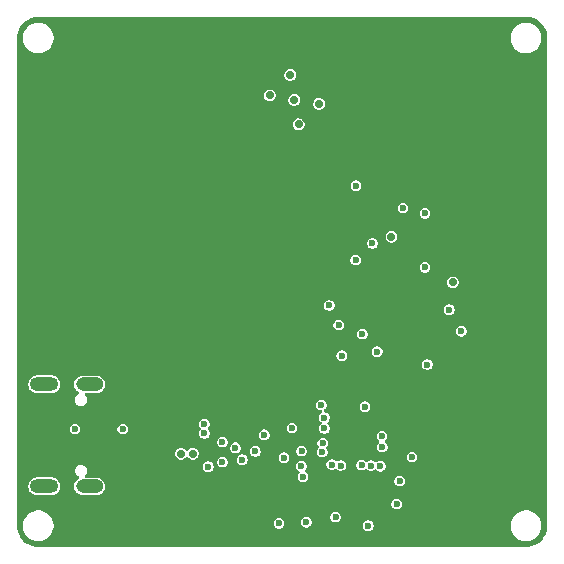
<source format=gbr>
%TF.GenerationSoftware,KiCad,Pcbnew,9.0.2+1*%
%TF.CreationDate,2025-08-01T20:38:55+01:00*%
%TF.ProjectId,PocketSat,506f636b-6574-4536-9174-2e6b69636164,rev?*%
%TF.SameCoordinates,Original*%
%TF.FileFunction,Copper,L2,Inr*%
%TF.FilePolarity,Positive*%
%FSLAX46Y46*%
G04 Gerber Fmt 4.6, Leading zero omitted, Abs format (unit mm)*
G04 Created by KiCad (PCBNEW 9.0.2+1) date 2025-08-01 20:38:55*
%MOMM*%
%LPD*%
G01*
G04 APERTURE LIST*
%TA.AperFunction,ComponentPad*%
%ADD10O,2.316000X1.158000*%
%TD*%
%TA.AperFunction,ComponentPad*%
%ADD11O,2.400000X1.200000*%
%TD*%
%TA.AperFunction,ViaPad*%
%ADD12C,0.600000*%
%TD*%
%TA.AperFunction,ViaPad*%
%ADD13C,0.700000*%
%TD*%
G04 APERTURE END LIST*
D10*
%TO.N,unconnected-(J20-SHIELD-PadS1)_1*%
%TO.C,J20*%
X106450000Y-85923498D03*
%TO.N,unconnected-(J20-SHIELD-PadS1)_5*%
X106450000Y-94563498D03*
D11*
%TO.N,unconnected-(J20-SHIELD-PadS1)_3*%
X102625000Y-85923498D03*
%TO.N,unconnected-(J20-SHIELD-PadS1)_2*%
X102625000Y-94563498D03*
%TD*%
D12*
%TO.N,GND*%
X133620000Y-71510000D03*
X122456999Y-86906999D03*
X121300000Y-77900000D03*
X134600000Y-97400000D03*
X138900000Y-55900000D03*
X130965748Y-75600000D03*
X142040000Y-94300000D03*
X128950000Y-94750000D03*
X104550000Y-93900000D03*
X133196500Y-73375000D03*
X140400000Y-74656999D03*
X138680000Y-77130000D03*
X134490000Y-89580000D03*
X122494335Y-94800000D03*
X122260000Y-92660000D03*
X135500000Y-70950000D03*
D13*
X129800000Y-90300000D03*
D12*
X126130000Y-95120000D03*
X139700000Y-95900000D03*
D13*
X127600000Y-91300000D03*
D12*
X102100000Y-61900000D03*
X117300000Y-79900000D03*
X120480000Y-90230000D03*
X107800000Y-93343498D03*
X135900000Y-81900000D03*
X135228500Y-78453501D03*
X119610000Y-91550000D03*
X123210000Y-96020000D03*
X142500000Y-77180000D03*
X143950000Y-85400000D03*
X140100000Y-89450000D03*
D13*
X115210000Y-80606667D03*
D12*
X129700000Y-83600000D03*
X128430000Y-55530000D03*
X105300000Y-79900000D03*
X108800000Y-95900000D03*
X121300000Y-79900000D03*
X108800000Y-97900000D03*
X116120000Y-90840000D03*
X109300000Y-61900000D03*
X137600000Y-97900000D03*
X109300000Y-83900000D03*
X131190000Y-89160000D03*
X143500000Y-90850000D03*
D13*
X111260000Y-95080000D03*
D12*
X134600000Y-94300000D03*
X129650000Y-73700000D03*
X104440000Y-89660000D03*
X102100000Y-93100000D03*
X131200000Y-92100000D03*
X136560000Y-95540000D03*
X131913984Y-98022758D03*
X102100000Y-59900000D03*
X137200000Y-74000000D03*
X138800000Y-83890000D03*
D13*
X128000000Y-76500000D03*
X128700000Y-91300000D03*
D12*
X109096502Y-87143498D03*
X111400000Y-91618498D03*
D13*
X127600000Y-89300000D03*
D12*
X122456999Y-88050000D03*
D13*
X115210000Y-81673334D03*
D12*
X116925000Y-92200000D03*
X134810000Y-75160000D03*
X111600000Y-93562500D03*
X129300000Y-65900000D03*
X109300000Y-77900000D03*
X134600000Y-92066667D03*
X125939160Y-96789160D03*
X140350000Y-73150000D03*
X120580050Y-95419950D03*
X127900000Y-95100000D03*
X117300000Y-81900000D03*
X121800000Y-95514225D03*
X134420000Y-86270000D03*
D13*
X129800000Y-89300000D03*
D12*
X130420000Y-95450000D03*
X123480000Y-57920000D03*
X137000000Y-69200000D03*
X105300000Y-55900000D03*
X127930000Y-97670000D03*
X104700000Y-95900000D03*
D13*
X128700000Y-89300000D03*
D12*
X121300000Y-83900000D03*
X125300000Y-71900000D03*
X115000000Y-97900000D03*
D13*
X129800000Y-66300000D03*
D12*
X128980000Y-87780000D03*
X136400000Y-74000000D03*
D13*
X124900000Y-76500000D03*
D12*
X118050000Y-95950000D03*
X138740000Y-94322429D03*
X139700000Y-97900000D03*
X110799999Y-89693498D03*
X109300000Y-81900000D03*
X129700003Y-80128996D03*
D13*
X128700000Y-90300000D03*
D12*
X126215800Y-78600000D03*
X138740000Y-93205764D03*
X143550000Y-95450000D03*
D13*
X115200000Y-92800000D03*
D12*
X127000000Y-83500000D03*
X108250000Y-90650000D03*
D13*
X138750000Y-71050000D03*
D12*
X136400000Y-74900000D03*
X128600000Y-82450000D03*
X116820000Y-88670000D03*
D13*
X115210000Y-83806667D03*
D12*
X129920003Y-78753996D03*
X134450000Y-83550000D03*
D13*
X129800000Y-91300000D03*
D12*
X127550000Y-80050000D03*
X138391666Y-91200000D03*
X136643001Y-89400000D03*
X143500000Y-93350000D03*
X109300000Y-57900000D03*
X134600000Y-95416668D03*
X130300000Y-81800000D03*
X134600000Y-93183335D03*
X109300000Y-85950000D03*
X123130000Y-55530000D03*
X110500000Y-91618498D03*
X125400000Y-70050000D03*
X138740000Y-92089096D03*
D13*
X128025567Y-70050000D03*
D12*
X122450000Y-89550000D03*
X128830000Y-97660000D03*
X140010000Y-80020000D03*
X114650000Y-95450000D03*
X109300000Y-79900000D03*
X133400000Y-93800000D03*
X143400000Y-59100000D03*
D13*
X115210000Y-82740000D03*
D12*
X142250000Y-89910000D03*
D13*
X127600000Y-90300000D03*
D12*
X102100000Y-87350000D03*
X139820000Y-92120000D03*
X138000000Y-74900000D03*
X123143000Y-56650000D03*
X130600000Y-98500000D03*
X117300000Y-73900000D03*
X121200000Y-94250000D03*
X134400000Y-79250000D03*
X126800000Y-84228500D03*
X125300000Y-67900000D03*
X134820000Y-72530000D03*
X125300000Y-55900000D03*
X109300000Y-63900000D03*
X132550000Y-86200000D03*
X124250000Y-86650000D03*
X130121500Y-77403996D03*
X133180000Y-91430000D03*
X126190238Y-92481442D03*
X128700000Y-92800000D03*
X118490000Y-92360000D03*
X121300000Y-71900000D03*
X129300000Y-69900000D03*
X120280000Y-92650000D03*
X126980000Y-87760000D03*
X104700000Y-97900000D03*
X102100000Y-90250000D03*
X143950000Y-83510000D03*
X114978500Y-86278500D03*
X138740000Y-95439097D03*
X118010000Y-91540000D03*
X138000000Y-74000000D03*
X121500000Y-98000000D03*
D13*
X128425000Y-58125000D03*
D12*
X117300000Y-83900000D03*
X131000000Y-88000000D03*
X125928499Y-74600000D03*
X137200000Y-74900000D03*
X117300000Y-75900000D03*
X127500000Y-95900000D03*
X139150000Y-85350000D03*
X117060000Y-91260000D03*
X125600000Y-84228500D03*
X137080000Y-80370000D03*
X137100000Y-91200000D03*
D13*
X136840000Y-78353600D03*
D12*
X117300000Y-77900000D03*
X123610000Y-92630000D03*
X143500000Y-88750000D03*
X125470707Y-93440707D03*
X119000000Y-97900000D03*
D13*
X114200000Y-92800000D03*
X134125000Y-58150000D03*
D12*
%TO.N,+3.3V*%
X122493512Y-97693512D03*
X137920000Y-81430000D03*
X126954849Y-92714843D03*
D13*
X137200000Y-77300000D03*
D12*
X127271039Y-97171039D03*
X134854322Y-76020798D03*
X129780000Y-87820000D03*
X128978502Y-75400000D03*
X123599999Y-89630000D03*
X126070000Y-87670000D03*
X121250000Y-90200000D03*
D13*
X132007700Y-73425000D03*
D12*
X129470000Y-92770000D03*
X131200000Y-90290000D03*
X130050001Y-97888745D03*
X130800000Y-83150000D03*
%TO.N,VBUS*%
X109260000Y-89693498D03*
X105200000Y-89693498D03*
D13*
%TO.N,+5V*%
X123775000Y-61850000D03*
X123435962Y-59733890D03*
X124150963Y-63908890D03*
X121705962Y-61463890D03*
X125880962Y-62178891D03*
X115200000Y-91800000D03*
X114200000Y-91800000D03*
D12*
%TO.N,/SD-Card MOSI SPI*%
X132990000Y-71010000D03*
X130400000Y-74000000D03*
%TO.N,/SD-Card MISO SPI*%
X129000000Y-69100000D03*
X134850000Y-71450000D03*
%TO.N,/SCL1 I2C*%
X127700000Y-92800000D03*
X124800000Y-97600000D03*
%TO.N,/Humidity RDY*%
X126750000Y-79250000D03*
X127800000Y-83500000D03*
%TO.N,/SCK1 SPI*%
X131070000Y-92860000D03*
X132700000Y-94100000D03*
%TO.N,/MCU SD3 SPI*%
X117700000Y-90800000D03*
X126193970Y-90899999D03*
%TO.N,/MCU ~{CS} SPI*%
X116500000Y-92900000D03*
X124530000Y-93740000D03*
%TO.N,/MCU SD1 SPI*%
X124380000Y-92850000D03*
X117700000Y-92500000D03*
%TO.N,/SDA0 I2C*%
X127544189Y-80894189D03*
X129549997Y-81650000D03*
%TO.N,/MISO1 SPI*%
X130280000Y-92800000D03*
X132450000Y-96050000D03*
%TO.N,/MCU SCLK SPI*%
X118800000Y-91300000D03*
X126152802Y-91660000D03*
%TO.N,/MCU SD2 SPI*%
X119375000Y-92300000D03*
X122900000Y-92132500D03*
%TO.N,/MCU SD0 SPI*%
X124390000Y-91570000D03*
X120475000Y-91600000D03*
%TO.N,/D+*%
X116155094Y-90078498D03*
X126325000Y-89651500D03*
%TO.N,/D-*%
X116155094Y-89283498D03*
X126323895Y-88736406D03*
%TO.N,/Red Status*%
X131230000Y-91230000D03*
X135050000Y-84250000D03*
%TO.N,/Green Status*%
X136900000Y-79600000D03*
X133750000Y-92090000D03*
%TD*%
%TA.AperFunction,Conductor*%
%TO.N,GND*%
G36*
X143404043Y-54800765D02*
G01*
X143626790Y-54815364D01*
X143642848Y-54817479D01*
X143828875Y-54854482D01*
X143857771Y-54860230D01*
X143873438Y-54864428D01*
X143976719Y-54899487D01*
X144080944Y-54934867D01*
X144095921Y-54941070D01*
X144286791Y-55035196D01*
X144292460Y-55037992D01*
X144306508Y-55046102D01*
X144488712Y-55167848D01*
X144501576Y-55177719D01*
X144666328Y-55322202D01*
X144677797Y-55333671D01*
X144812887Y-55487713D01*
X144822280Y-55498423D01*
X144832154Y-55511291D01*
X144953897Y-55693492D01*
X144962007Y-55707539D01*
X145058926Y-55904071D01*
X145065133Y-55919057D01*
X145135571Y-56126561D01*
X145139769Y-56142228D01*
X145182518Y-56357140D01*
X145184636Y-56373221D01*
X145199235Y-56595956D01*
X145199500Y-56604066D01*
X145199500Y-97895933D01*
X145199235Y-97904043D01*
X145184636Y-98126778D01*
X145182518Y-98142859D01*
X145139769Y-98357771D01*
X145135571Y-98373438D01*
X145065133Y-98580942D01*
X145058926Y-98595928D01*
X144962007Y-98792460D01*
X144953897Y-98806507D01*
X144832154Y-98988708D01*
X144822280Y-99001576D01*
X144677797Y-99166328D01*
X144666328Y-99177797D01*
X144501576Y-99322280D01*
X144488708Y-99332154D01*
X144306507Y-99453897D01*
X144292460Y-99462007D01*
X144095928Y-99558926D01*
X144080942Y-99565133D01*
X143873438Y-99635571D01*
X143857771Y-99639769D01*
X143642859Y-99682518D01*
X143626778Y-99684636D01*
X143404043Y-99699235D01*
X143395933Y-99699500D01*
X102104067Y-99699500D01*
X102095957Y-99699235D01*
X101873221Y-99684636D01*
X101857140Y-99682518D01*
X101642228Y-99639769D01*
X101626561Y-99635571D01*
X101419057Y-99565133D01*
X101404071Y-99558926D01*
X101207539Y-99462007D01*
X101193492Y-99453897D01*
X101011291Y-99332154D01*
X100998423Y-99322280D01*
X100833671Y-99177797D01*
X100822202Y-99166328D01*
X100768610Y-99105218D01*
X100677716Y-99001573D01*
X100667845Y-98988708D01*
X100546102Y-98806507D01*
X100537992Y-98792460D01*
X100515679Y-98747213D01*
X100441070Y-98595921D01*
X100434866Y-98580942D01*
X100364428Y-98373438D01*
X100360230Y-98357771D01*
X100350438Y-98308542D01*
X100317479Y-98142848D01*
X100315364Y-98126790D01*
X100300765Y-97904043D01*
X100300500Y-97895933D01*
X100300500Y-97797648D01*
X100799500Y-97797648D01*
X100799500Y-98002351D01*
X100831522Y-98204534D01*
X100894781Y-98399223D01*
X100987715Y-98581613D01*
X101108028Y-98747213D01*
X101252786Y-98891971D01*
X101385936Y-98988708D01*
X101418390Y-99012287D01*
X101534607Y-99071503D01*
X101600776Y-99105218D01*
X101600778Y-99105218D01*
X101600781Y-99105220D01*
X101705137Y-99139127D01*
X101795465Y-99168477D01*
X101854309Y-99177797D01*
X101997648Y-99200500D01*
X101997649Y-99200500D01*
X102202351Y-99200500D01*
X102202352Y-99200500D01*
X102404534Y-99168477D01*
X102599219Y-99105220D01*
X102781610Y-99012287D01*
X102874590Y-98944732D01*
X102947213Y-98891971D01*
X102947215Y-98891968D01*
X102947219Y-98891966D01*
X103091966Y-98747219D01*
X103091968Y-98747215D01*
X103091971Y-98747213D01*
X103201884Y-98595928D01*
X103212287Y-98581610D01*
X103305220Y-98399219D01*
X103368477Y-98204534D01*
X103400500Y-98002352D01*
X103400500Y-97797648D01*
X103393400Y-97752818D01*
X103376398Y-97645474D01*
X103374612Y-97634203D01*
X122043012Y-97634203D01*
X122043012Y-97752821D01*
X122073713Y-97867398D01*
X122133023Y-97970125D01*
X122216899Y-98054001D01*
X122319626Y-98113311D01*
X122434203Y-98144012D01*
X122434206Y-98144012D01*
X122552818Y-98144012D01*
X122552821Y-98144012D01*
X122667398Y-98113311D01*
X122770125Y-98054001D01*
X122854001Y-97970125D01*
X122913311Y-97867398D01*
X122944012Y-97752821D01*
X122944012Y-97634203D01*
X122918955Y-97540691D01*
X124349500Y-97540691D01*
X124349500Y-97659309D01*
X124380201Y-97773886D01*
X124439511Y-97876613D01*
X124523387Y-97960489D01*
X124626114Y-98019799D01*
X124740691Y-98050500D01*
X124740694Y-98050500D01*
X124859306Y-98050500D01*
X124859309Y-98050500D01*
X124973886Y-98019799D01*
X125076613Y-97960489D01*
X125160489Y-97876613D01*
X125187727Y-97829436D01*
X129599501Y-97829436D01*
X129599501Y-97948054D01*
X129630202Y-98062631D01*
X129689512Y-98165358D01*
X129773388Y-98249234D01*
X129876115Y-98308544D01*
X129990692Y-98339245D01*
X129990695Y-98339245D01*
X130109307Y-98339245D01*
X130109310Y-98339245D01*
X130223887Y-98308544D01*
X130326614Y-98249234D01*
X130410490Y-98165358D01*
X130469800Y-98062631D01*
X130500501Y-97948054D01*
X130500501Y-97829436D01*
X130491983Y-97797648D01*
X142099500Y-97797648D01*
X142099500Y-98002351D01*
X142131522Y-98204534D01*
X142194781Y-98399223D01*
X142287715Y-98581613D01*
X142408028Y-98747213D01*
X142552786Y-98891971D01*
X142685936Y-98988708D01*
X142718390Y-99012287D01*
X142834607Y-99071503D01*
X142900776Y-99105218D01*
X142900778Y-99105218D01*
X142900781Y-99105220D01*
X143005137Y-99139127D01*
X143095465Y-99168477D01*
X143154309Y-99177797D01*
X143297648Y-99200500D01*
X143297649Y-99200500D01*
X143502351Y-99200500D01*
X143502352Y-99200500D01*
X143704534Y-99168477D01*
X143899219Y-99105220D01*
X144081610Y-99012287D01*
X144174590Y-98944732D01*
X144247213Y-98891971D01*
X144247215Y-98891968D01*
X144247219Y-98891966D01*
X144391966Y-98747219D01*
X144391968Y-98747215D01*
X144391971Y-98747213D01*
X144501884Y-98595928D01*
X144512287Y-98581610D01*
X144605220Y-98399219D01*
X144668477Y-98204534D01*
X144700500Y-98002352D01*
X144700500Y-97797648D01*
X144678589Y-97659309D01*
X144668477Y-97595465D01*
X144613451Y-97426114D01*
X144605220Y-97400781D01*
X144605218Y-97400778D01*
X144605218Y-97400776D01*
X144540476Y-97273714D01*
X144512287Y-97218390D01*
X144484542Y-97180202D01*
X144391971Y-97052786D01*
X144247213Y-96908028D01*
X144081613Y-96787715D01*
X144081612Y-96787714D01*
X144081610Y-96787713D01*
X144010028Y-96751240D01*
X143899223Y-96694781D01*
X143704534Y-96631522D01*
X143529995Y-96603878D01*
X143502352Y-96599500D01*
X143297648Y-96599500D01*
X143273329Y-96603351D01*
X143095465Y-96631522D01*
X142900776Y-96694781D01*
X142718386Y-96787715D01*
X142552786Y-96908028D01*
X142408028Y-97052786D01*
X142287715Y-97218386D01*
X142194781Y-97400776D01*
X142131522Y-97595465D01*
X142099500Y-97797648D01*
X130491983Y-97797648D01*
X130469800Y-97714859D01*
X130410490Y-97612132D01*
X130326614Y-97528256D01*
X130223887Y-97468946D01*
X130109310Y-97438245D01*
X129990692Y-97438245D01*
X129876115Y-97468946D01*
X129876113Y-97468946D01*
X129876113Y-97468947D01*
X129773388Y-97528256D01*
X129773385Y-97528258D01*
X129689514Y-97612129D01*
X129689512Y-97612132D01*
X129630202Y-97714859D01*
X129599501Y-97829436D01*
X125187727Y-97829436D01*
X125219799Y-97773886D01*
X125250500Y-97659309D01*
X125250500Y-97540691D01*
X125219799Y-97426114D01*
X125160489Y-97323387D01*
X125076613Y-97239511D01*
X124973886Y-97180201D01*
X124859309Y-97149500D01*
X124740691Y-97149500D01*
X124626114Y-97180201D01*
X124626112Y-97180201D01*
X124626112Y-97180202D01*
X124523387Y-97239511D01*
X124523384Y-97239513D01*
X124439513Y-97323384D01*
X124439511Y-97323387D01*
X124380201Y-97426114D01*
X124349500Y-97540691D01*
X122918955Y-97540691D01*
X122913311Y-97519626D01*
X122854001Y-97416899D01*
X122770125Y-97333023D01*
X122667398Y-97273713D01*
X122552821Y-97243012D01*
X122434203Y-97243012D01*
X122319626Y-97273713D01*
X122319624Y-97273713D01*
X122319624Y-97273714D01*
X122216899Y-97333023D01*
X122216896Y-97333025D01*
X122133025Y-97416896D01*
X122133023Y-97416899D01*
X122073713Y-97519626D01*
X122043012Y-97634203D01*
X103374612Y-97634203D01*
X103373552Y-97627509D01*
X103368477Y-97595466D01*
X103305220Y-97400781D01*
X103305218Y-97400778D01*
X103305218Y-97400776D01*
X103240476Y-97273714D01*
X103212287Y-97218390D01*
X103184542Y-97180202D01*
X103134795Y-97111730D01*
X126820539Y-97111730D01*
X126820539Y-97230348D01*
X126851240Y-97344925D01*
X126910550Y-97447652D01*
X126994426Y-97531528D01*
X127097153Y-97590838D01*
X127211730Y-97621539D01*
X127211733Y-97621539D01*
X127330345Y-97621539D01*
X127330348Y-97621539D01*
X127444925Y-97590838D01*
X127547652Y-97531528D01*
X127631528Y-97447652D01*
X127690838Y-97344925D01*
X127721539Y-97230348D01*
X127721539Y-97111730D01*
X127690838Y-96997153D01*
X127631528Y-96894426D01*
X127547652Y-96810550D01*
X127444925Y-96751240D01*
X127330348Y-96720539D01*
X127211730Y-96720539D01*
X127097153Y-96751240D01*
X127097151Y-96751240D01*
X127097151Y-96751241D01*
X126994426Y-96810550D01*
X126994423Y-96810552D01*
X126910552Y-96894423D01*
X126910550Y-96894426D01*
X126851240Y-96997153D01*
X126820539Y-97111730D01*
X103134795Y-97111730D01*
X103091971Y-97052786D01*
X102947213Y-96908028D01*
X102781613Y-96787715D01*
X102781612Y-96787714D01*
X102781610Y-96787713D01*
X102710028Y-96751240D01*
X102599223Y-96694781D01*
X102404534Y-96631522D01*
X102229995Y-96603878D01*
X102202352Y-96599500D01*
X101997648Y-96599500D01*
X101973329Y-96603351D01*
X101795465Y-96631522D01*
X101600776Y-96694781D01*
X101418386Y-96787715D01*
X101252786Y-96908028D01*
X101108028Y-97052786D01*
X100987715Y-97218386D01*
X100894781Y-97400776D01*
X100831522Y-97595465D01*
X100799500Y-97797648D01*
X100300500Y-97797648D01*
X100300500Y-95990691D01*
X131999500Y-95990691D01*
X131999500Y-96109309D01*
X132030201Y-96223886D01*
X132089511Y-96326613D01*
X132173387Y-96410489D01*
X132276114Y-96469799D01*
X132390691Y-96500500D01*
X132390694Y-96500500D01*
X132509306Y-96500500D01*
X132509309Y-96500500D01*
X132623886Y-96469799D01*
X132726613Y-96410489D01*
X132810489Y-96326613D01*
X132869799Y-96223886D01*
X132900500Y-96109309D01*
X132900500Y-95990691D01*
X132869799Y-95876114D01*
X132810489Y-95773387D01*
X132726613Y-95689511D01*
X132623886Y-95630201D01*
X132509309Y-95599500D01*
X132390691Y-95599500D01*
X132276114Y-95630201D01*
X132276112Y-95630201D01*
X132276112Y-95630202D01*
X132173387Y-95689511D01*
X132173384Y-95689513D01*
X132089513Y-95773384D01*
X132089511Y-95773387D01*
X132030201Y-95876114D01*
X131999500Y-95990691D01*
X100300500Y-95990691D01*
X100300500Y-94637418D01*
X101274499Y-94637418D01*
X101303340Y-94782405D01*
X101303343Y-94782415D01*
X101359912Y-94918986D01*
X101359919Y-94918999D01*
X101442048Y-95041913D01*
X101442051Y-95041917D01*
X101546580Y-95146446D01*
X101546584Y-95146449D01*
X101669498Y-95228578D01*
X101669511Y-95228585D01*
X101806082Y-95285154D01*
X101806087Y-95285156D01*
X101806091Y-95285156D01*
X101806092Y-95285157D01*
X101951079Y-95313998D01*
X101951082Y-95313998D01*
X103298920Y-95313998D01*
X103396462Y-95294594D01*
X103443913Y-95285156D01*
X103580495Y-95228582D01*
X103703416Y-95146449D01*
X103807951Y-95041914D01*
X103890084Y-94918993D01*
X103946658Y-94782411D01*
X103975500Y-94637416D01*
X103975500Y-94491643D01*
X105141500Y-94491643D01*
X105141500Y-94635352D01*
X105169531Y-94776277D01*
X105169534Y-94776286D01*
X105224521Y-94909039D01*
X105224528Y-94909052D01*
X105304359Y-95028526D01*
X105304362Y-95028530D01*
X105405967Y-95130135D01*
X105405971Y-95130138D01*
X105525445Y-95209969D01*
X105525458Y-95209976D01*
X105625022Y-95251216D01*
X105658213Y-95264964D01*
X105658215Y-95264964D01*
X105658220Y-95264966D01*
X105799145Y-95292997D01*
X105799149Y-95292998D01*
X105799150Y-95292998D01*
X107100851Y-95292998D01*
X107100852Y-95292997D01*
X107147829Y-95283653D01*
X107241779Y-95264966D01*
X107241782Y-95264964D01*
X107241787Y-95264964D01*
X107374548Y-95209973D01*
X107494029Y-95130138D01*
X107595640Y-95028527D01*
X107675475Y-94909046D01*
X107730466Y-94776285D01*
X107758500Y-94635348D01*
X107758500Y-94491648D01*
X107735619Y-94376615D01*
X107730468Y-94350718D01*
X107730465Y-94350709D01*
X107727930Y-94344590D01*
X107698645Y-94273887D01*
X107675478Y-94217956D01*
X107675471Y-94217943D01*
X107595640Y-94098469D01*
X107595637Y-94098465D01*
X107494032Y-93996860D01*
X107494028Y-93996857D01*
X107374554Y-93917026D01*
X107374541Y-93917019D01*
X107241788Y-93862032D01*
X107241779Y-93862029D01*
X107100854Y-93833998D01*
X107100850Y-93833998D01*
X106141676Y-93833998D01*
X106074637Y-93814313D01*
X106028882Y-93761509D01*
X106018938Y-93692351D01*
X106047963Y-93628795D01*
X106053995Y-93622317D01*
X106125500Y-93550812D01*
X106191392Y-93436684D01*
X106225500Y-93309390D01*
X106225500Y-93177606D01*
X106191392Y-93050312D01*
X106125500Y-92936184D01*
X106032314Y-92842998D01*
X106028318Y-92840691D01*
X116049500Y-92840691D01*
X116049500Y-92959309D01*
X116080201Y-93073886D01*
X116139511Y-93176613D01*
X116223387Y-93260489D01*
X116326114Y-93319799D01*
X116440691Y-93350500D01*
X116440694Y-93350500D01*
X116559306Y-93350500D01*
X116559309Y-93350500D01*
X116673886Y-93319799D01*
X116776613Y-93260489D01*
X116860489Y-93176613D01*
X116919799Y-93073886D01*
X116950500Y-92959309D01*
X116950500Y-92840691D01*
X116919799Y-92726114D01*
X116860489Y-92623387D01*
X116776613Y-92539511D01*
X116673886Y-92480201D01*
X116559309Y-92449500D01*
X116440691Y-92449500D01*
X116326114Y-92480201D01*
X116326112Y-92480201D01*
X116326112Y-92480202D01*
X116223387Y-92539511D01*
X116223384Y-92539513D01*
X116139513Y-92623384D01*
X116139511Y-92623387D01*
X116089106Y-92710691D01*
X116080201Y-92726114D01*
X116049500Y-92840691D01*
X106028318Y-92840691D01*
X105959040Y-92800693D01*
X105918187Y-92777106D01*
X105818890Y-92750500D01*
X105790892Y-92742998D01*
X105659108Y-92742998D01*
X105531812Y-92777106D01*
X105417686Y-92842998D01*
X105417683Y-92843000D01*
X105324502Y-92936181D01*
X105324500Y-92936184D01*
X105258608Y-93050310D01*
X105236012Y-93134642D01*
X105224500Y-93177606D01*
X105224500Y-93309390D01*
X105235515Y-93350500D01*
X105258608Y-93436685D01*
X105274023Y-93463384D01*
X105324500Y-93550812D01*
X105417686Y-93643998D01*
X105501436Y-93692351D01*
X105522009Y-93704229D01*
X105570224Y-93754796D01*
X105583446Y-93823404D01*
X105557478Y-93888268D01*
X105528900Y-93914718D01*
X105405967Y-93996860D01*
X105304362Y-94098465D01*
X105304359Y-94098469D01*
X105224528Y-94217943D01*
X105224521Y-94217956D01*
X105169534Y-94350709D01*
X105169531Y-94350718D01*
X105141500Y-94491643D01*
X103975500Y-94491643D01*
X103975500Y-94489580D01*
X103975500Y-94489577D01*
X103946659Y-94344590D01*
X103946658Y-94344589D01*
X103946658Y-94344585D01*
X103894207Y-94217956D01*
X103890087Y-94208009D01*
X103890080Y-94207996D01*
X103807951Y-94085082D01*
X103807948Y-94085078D01*
X103703419Y-93980549D01*
X103703415Y-93980546D01*
X103580501Y-93898417D01*
X103580488Y-93898410D01*
X103443917Y-93841841D01*
X103443907Y-93841838D01*
X103298920Y-93812998D01*
X103298918Y-93812998D01*
X101951082Y-93812998D01*
X101951080Y-93812998D01*
X101806092Y-93841838D01*
X101806082Y-93841841D01*
X101669511Y-93898410D01*
X101669498Y-93898417D01*
X101546584Y-93980546D01*
X101546580Y-93980549D01*
X101442051Y-94085078D01*
X101442048Y-94085082D01*
X101359919Y-94207996D01*
X101359912Y-94208009D01*
X101303343Y-94344580D01*
X101303340Y-94344590D01*
X101274500Y-94489577D01*
X101274500Y-94489580D01*
X101274500Y-94637416D01*
X101274500Y-94637418D01*
X101274499Y-94637418D01*
X100300500Y-94637418D01*
X100300500Y-92440691D01*
X117249500Y-92440691D01*
X117249500Y-92559309D01*
X117280201Y-92673886D01*
X117339511Y-92776613D01*
X117423387Y-92860489D01*
X117526114Y-92919799D01*
X117640691Y-92950500D01*
X117640694Y-92950500D01*
X117759306Y-92950500D01*
X117759309Y-92950500D01*
X117873886Y-92919799D01*
X117976613Y-92860489D01*
X118046411Y-92790691D01*
X123929500Y-92790691D01*
X123929500Y-92909309D01*
X123960201Y-93023886D01*
X124019511Y-93126613D01*
X124103387Y-93210489D01*
X124165689Y-93246459D01*
X124213905Y-93297026D01*
X124227128Y-93365633D01*
X124201160Y-93430498D01*
X124191372Y-93441526D01*
X124169511Y-93463387D01*
X124119035Y-93550814D01*
X124110201Y-93566114D01*
X124079500Y-93680691D01*
X124079500Y-93799309D01*
X124110201Y-93913886D01*
X124169511Y-94016613D01*
X124253387Y-94100489D01*
X124356114Y-94159799D01*
X124470691Y-94190500D01*
X124470694Y-94190500D01*
X124589306Y-94190500D01*
X124589309Y-94190500D01*
X124703886Y-94159799D01*
X124806613Y-94100489D01*
X124866411Y-94040691D01*
X132249500Y-94040691D01*
X132249500Y-94159309D01*
X132280201Y-94273886D01*
X132339511Y-94376613D01*
X132423387Y-94460489D01*
X132526114Y-94519799D01*
X132640691Y-94550500D01*
X132640694Y-94550500D01*
X132759306Y-94550500D01*
X132759309Y-94550500D01*
X132873886Y-94519799D01*
X132976613Y-94460489D01*
X133060489Y-94376613D01*
X133119799Y-94273886D01*
X133150500Y-94159309D01*
X133150500Y-94040691D01*
X133119799Y-93926114D01*
X133060489Y-93823387D01*
X132976613Y-93739511D01*
X132873886Y-93680201D01*
X132759309Y-93649500D01*
X132640691Y-93649500D01*
X132526114Y-93680201D01*
X132526112Y-93680201D01*
X132526112Y-93680202D01*
X132423387Y-93739511D01*
X132423384Y-93739513D01*
X132339513Y-93823384D01*
X132339511Y-93823387D01*
X132286781Y-93914718D01*
X132280201Y-93926114D01*
X132249500Y-94040691D01*
X124866411Y-94040691D01*
X124890489Y-94016613D01*
X124949799Y-93913886D01*
X124980500Y-93799309D01*
X124980500Y-93680691D01*
X124949799Y-93566114D01*
X124890489Y-93463387D01*
X124806613Y-93379511D01*
X124806611Y-93379510D01*
X124806609Y-93379508D01*
X124744310Y-93343540D01*
X124696094Y-93292973D01*
X124682872Y-93224366D01*
X124708840Y-93159501D01*
X124718614Y-93148487D01*
X124740489Y-93126613D01*
X124799799Y-93023886D01*
X124830500Y-92909309D01*
X124830500Y-92790691D01*
X124799799Y-92676114D01*
X124787917Y-92655534D01*
X126504349Y-92655534D01*
X126504349Y-92774152D01*
X126535050Y-92888729D01*
X126594360Y-92991456D01*
X126678236Y-93075332D01*
X126780963Y-93134642D01*
X126895540Y-93165343D01*
X126895543Y-93165343D01*
X127014155Y-93165343D01*
X127014158Y-93165343D01*
X127128735Y-93134642D01*
X127128737Y-93134640D01*
X127128739Y-93134640D01*
X127128740Y-93134639D01*
X127216748Y-93083826D01*
X127284647Y-93067353D01*
X127350675Y-93090205D01*
X127366430Y-93103532D01*
X127423387Y-93160489D01*
X127526114Y-93219799D01*
X127640691Y-93250500D01*
X127640694Y-93250500D01*
X127759306Y-93250500D01*
X127759309Y-93250500D01*
X127873886Y-93219799D01*
X127976613Y-93160489D01*
X128060489Y-93076613D01*
X128119799Y-92973886D01*
X128150500Y-92859309D01*
X128150500Y-92740691D01*
X128142461Y-92710691D01*
X129019500Y-92710691D01*
X129019500Y-92829309D01*
X129050201Y-92943886D01*
X129109511Y-93046613D01*
X129193387Y-93130489D01*
X129296114Y-93189799D01*
X129410691Y-93220500D01*
X129410694Y-93220500D01*
X129529306Y-93220500D01*
X129529309Y-93220500D01*
X129643886Y-93189799D01*
X129746613Y-93130489D01*
X129772319Y-93104783D01*
X129833642Y-93071298D01*
X129903334Y-93076282D01*
X129947681Y-93104783D01*
X130003387Y-93160489D01*
X130106114Y-93219799D01*
X130220691Y-93250500D01*
X130220694Y-93250500D01*
X130339306Y-93250500D01*
X130339309Y-93250500D01*
X130453886Y-93219799D01*
X130556613Y-93160489D01*
X130557319Y-93159783D01*
X130558058Y-93159379D01*
X130563059Y-93155542D01*
X130563657Y-93156321D01*
X130618642Y-93126298D01*
X130688334Y-93131282D01*
X130732681Y-93159783D01*
X130793387Y-93220489D01*
X130896114Y-93279799D01*
X131010691Y-93310500D01*
X131010694Y-93310500D01*
X131129306Y-93310500D01*
X131129309Y-93310500D01*
X131243886Y-93279799D01*
X131346613Y-93220489D01*
X131430489Y-93136613D01*
X131489799Y-93033886D01*
X131520500Y-92919309D01*
X131520500Y-92800691D01*
X131489799Y-92686114D01*
X131430489Y-92583387D01*
X131346613Y-92499511D01*
X131243886Y-92440201D01*
X131129309Y-92409500D01*
X131010691Y-92409500D01*
X130896114Y-92440201D01*
X130896112Y-92440201D01*
X130896112Y-92440202D01*
X130793387Y-92499511D01*
X130793380Y-92499516D01*
X130792667Y-92500230D01*
X130791918Y-92500638D01*
X130786941Y-92504458D01*
X130786344Y-92503680D01*
X130731338Y-92533705D01*
X130661647Y-92528710D01*
X130617318Y-92500216D01*
X130556615Y-92439513D01*
X130556613Y-92439511D01*
X130453886Y-92380201D01*
X130339309Y-92349500D01*
X130220691Y-92349500D01*
X130106114Y-92380201D01*
X130106112Y-92380201D01*
X130106112Y-92380202D01*
X130003387Y-92439511D01*
X130003382Y-92439515D01*
X129977677Y-92465219D01*
X129916353Y-92498702D01*
X129846662Y-92493715D01*
X129802318Y-92465216D01*
X129746615Y-92409513D01*
X129746613Y-92409511D01*
X129643886Y-92350201D01*
X129529309Y-92319500D01*
X129410691Y-92319500D01*
X129296114Y-92350201D01*
X129296112Y-92350201D01*
X129296112Y-92350202D01*
X129193387Y-92409511D01*
X129193384Y-92409513D01*
X129109513Y-92493384D01*
X129109511Y-92493387D01*
X129061461Y-92576612D01*
X129050201Y-92596114D01*
X129019500Y-92710691D01*
X128142461Y-92710691D01*
X128119799Y-92626114D01*
X128060489Y-92523387D01*
X127976613Y-92439511D01*
X127873886Y-92380201D01*
X127759309Y-92349500D01*
X127640691Y-92349500D01*
X127535505Y-92377684D01*
X127526110Y-92380202D01*
X127438099Y-92431016D01*
X127370199Y-92447489D01*
X127304172Y-92424636D01*
X127288418Y-92411310D01*
X127231464Y-92354356D01*
X127231462Y-92354354D01*
X127128735Y-92295044D01*
X127014158Y-92264343D01*
X126895540Y-92264343D01*
X126780963Y-92295044D01*
X126780961Y-92295044D01*
X126780961Y-92295045D01*
X126678236Y-92354354D01*
X126678233Y-92354356D01*
X126594362Y-92438227D01*
X126594360Y-92438230D01*
X126562517Y-92493384D01*
X126535050Y-92540957D01*
X126504349Y-92655534D01*
X124787917Y-92655534D01*
X124740489Y-92573387D01*
X124656613Y-92489511D01*
X124553886Y-92430201D01*
X124439309Y-92399500D01*
X124320691Y-92399500D01*
X124206114Y-92430201D01*
X124206112Y-92430201D01*
X124206112Y-92430202D01*
X124103387Y-92489511D01*
X124103384Y-92489513D01*
X124019513Y-92573384D01*
X124019511Y-92573387D01*
X123960201Y-92676114D01*
X123929500Y-92790691D01*
X118046411Y-92790691D01*
X118060489Y-92776613D01*
X118119799Y-92673886D01*
X118150500Y-92559309D01*
X118150500Y-92440691D01*
X118119799Y-92326114D01*
X118119797Y-92326110D01*
X118101585Y-92294566D01*
X118101584Y-92294565D01*
X118085318Y-92266392D01*
X118070479Y-92240691D01*
X118924500Y-92240691D01*
X118924500Y-92359309D01*
X118955201Y-92473886D01*
X119014511Y-92576613D01*
X119098387Y-92660489D01*
X119201114Y-92719799D01*
X119315691Y-92750500D01*
X119315694Y-92750500D01*
X119434306Y-92750500D01*
X119434309Y-92750500D01*
X119548886Y-92719799D01*
X119651613Y-92660489D01*
X119735489Y-92576613D01*
X119794799Y-92473886D01*
X119825500Y-92359309D01*
X119825500Y-92240691D01*
X119794799Y-92126114D01*
X119764244Y-92073191D01*
X122449500Y-92073191D01*
X122449500Y-92191809D01*
X122480201Y-92306386D01*
X122539511Y-92409113D01*
X122623387Y-92492989D01*
X122726114Y-92552299D01*
X122840691Y-92583000D01*
X122840694Y-92583000D01*
X122959306Y-92583000D01*
X122959309Y-92583000D01*
X123073886Y-92552299D01*
X123176613Y-92492989D01*
X123260489Y-92409113D01*
X123319799Y-92306386D01*
X123350500Y-92191809D01*
X123350500Y-92073191D01*
X123319799Y-91958614D01*
X123260489Y-91855887D01*
X123176613Y-91772011D01*
X123073886Y-91712701D01*
X122959309Y-91682000D01*
X122840691Y-91682000D01*
X122726114Y-91712701D01*
X122726112Y-91712701D01*
X122726112Y-91712702D01*
X122623387Y-91772011D01*
X122623384Y-91772013D01*
X122539513Y-91855884D01*
X122539511Y-91855887D01*
X122480201Y-91958614D01*
X122449500Y-92073191D01*
X119764244Y-92073191D01*
X119735489Y-92023387D01*
X119651613Y-91939511D01*
X119548886Y-91880201D01*
X119434309Y-91849500D01*
X119315691Y-91849500D01*
X119201114Y-91880201D01*
X119201112Y-91880201D01*
X119201112Y-91880202D01*
X119098387Y-91939511D01*
X119098384Y-91939513D01*
X119014513Y-92023384D01*
X119014511Y-92023387D01*
X118981709Y-92080202D01*
X118955201Y-92126114D01*
X118924500Y-92240691D01*
X118070479Y-92240691D01*
X118060489Y-92223387D01*
X117976613Y-92139511D01*
X117873886Y-92080201D01*
X117759309Y-92049500D01*
X117640691Y-92049500D01*
X117526114Y-92080201D01*
X117526112Y-92080201D01*
X117526112Y-92080202D01*
X117423387Y-92139511D01*
X117423384Y-92139513D01*
X117339513Y-92223384D01*
X117339511Y-92223387D01*
X117284020Y-92319500D01*
X117280201Y-92326114D01*
X117249500Y-92440691D01*
X100300500Y-92440691D01*
X100300500Y-91734108D01*
X113699500Y-91734108D01*
X113699500Y-91865892D01*
X113712956Y-91916112D01*
X113733608Y-91993187D01*
X113755263Y-92030693D01*
X113799500Y-92107314D01*
X113892686Y-92200500D01*
X114006814Y-92266392D01*
X114134108Y-92300500D01*
X114134110Y-92300500D01*
X114265890Y-92300500D01*
X114265892Y-92300500D01*
X114393186Y-92266392D01*
X114507314Y-92200500D01*
X114600500Y-92107314D01*
X114600504Y-92107306D01*
X114601625Y-92105847D01*
X114602892Y-92104921D01*
X114606247Y-92101567D01*
X114606770Y-92102090D01*
X114658053Y-92064645D01*
X114727799Y-92060491D01*
X114788719Y-92094704D01*
X114798375Y-92105847D01*
X114799498Y-92107311D01*
X114799500Y-92107314D01*
X114892686Y-92200500D01*
X115006814Y-92266392D01*
X115134108Y-92300500D01*
X115134110Y-92300500D01*
X115265890Y-92300500D01*
X115265892Y-92300500D01*
X115393186Y-92266392D01*
X115507314Y-92200500D01*
X115600500Y-92107314D01*
X115666392Y-91993186D01*
X115700500Y-91865892D01*
X115700500Y-91734108D01*
X115666392Y-91606814D01*
X115600500Y-91492686D01*
X115507314Y-91399500D01*
X115450250Y-91366554D01*
X115393187Y-91333608D01*
X115329539Y-91316554D01*
X115265892Y-91299500D01*
X115134108Y-91299500D01*
X115006812Y-91333608D01*
X114892686Y-91399500D01*
X114892683Y-91399502D01*
X114799498Y-91492687D01*
X114798370Y-91494158D01*
X114797102Y-91495083D01*
X114793753Y-91498433D01*
X114793230Y-91497910D01*
X114741940Y-91535356D01*
X114672193Y-91539506D01*
X114611275Y-91505289D01*
X114601630Y-91494158D01*
X114600501Y-91492687D01*
X114507316Y-91399502D01*
X114507314Y-91399500D01*
X114450250Y-91366554D01*
X114393187Y-91333608D01*
X114329539Y-91316554D01*
X114265892Y-91299500D01*
X114134108Y-91299500D01*
X114006812Y-91333608D01*
X113892686Y-91399500D01*
X113892683Y-91399502D01*
X113799502Y-91492683D01*
X113799500Y-91492686D01*
X113733608Y-91606812D01*
X113716623Y-91670202D01*
X113699500Y-91734108D01*
X100300500Y-91734108D01*
X100300500Y-90740691D01*
X117249500Y-90740691D01*
X117249500Y-90859309D01*
X117280201Y-90973886D01*
X117339511Y-91076613D01*
X117423387Y-91160489D01*
X117526114Y-91219799D01*
X117640691Y-91250500D01*
X117640694Y-91250500D01*
X117759306Y-91250500D01*
X117759309Y-91250500D01*
X117795916Y-91240691D01*
X118349500Y-91240691D01*
X118349500Y-91359309D01*
X118380201Y-91473886D01*
X118439511Y-91576613D01*
X118523387Y-91660489D01*
X118626114Y-91719799D01*
X118740691Y-91750500D01*
X118740694Y-91750500D01*
X118859306Y-91750500D01*
X118859309Y-91750500D01*
X118973886Y-91719799D01*
X119076613Y-91660489D01*
X119160489Y-91576613D01*
X119181229Y-91540691D01*
X120024500Y-91540691D01*
X120024500Y-91659309D01*
X120055201Y-91773886D01*
X120114511Y-91876613D01*
X120198387Y-91960489D01*
X120301114Y-92019799D01*
X120415691Y-92050500D01*
X120415694Y-92050500D01*
X120534306Y-92050500D01*
X120534309Y-92050500D01*
X120648886Y-92019799D01*
X120751613Y-91960489D01*
X120835489Y-91876613D01*
X120894799Y-91773886D01*
X120925500Y-91659309D01*
X120925500Y-91540691D01*
X120924383Y-91536524D01*
X120923885Y-91534663D01*
X120923883Y-91534658D01*
X120917461Y-91510691D01*
X123939500Y-91510691D01*
X123939500Y-91629309D01*
X123970201Y-91743886D01*
X124029511Y-91846613D01*
X124113387Y-91930489D01*
X124216114Y-91989799D01*
X124330691Y-92020500D01*
X124330694Y-92020500D01*
X124449306Y-92020500D01*
X124449309Y-92020500D01*
X124563886Y-91989799D01*
X124666613Y-91930489D01*
X124750489Y-91846613D01*
X124809799Y-91743886D01*
X124840500Y-91629309D01*
X124840500Y-91600691D01*
X125702302Y-91600691D01*
X125702302Y-91719309D01*
X125733003Y-91833886D01*
X125792313Y-91936613D01*
X125876189Y-92020489D01*
X125978916Y-92079799D01*
X126093493Y-92110500D01*
X126093496Y-92110500D01*
X126212108Y-92110500D01*
X126212111Y-92110500D01*
X126326688Y-92079799D01*
X126411745Y-92030691D01*
X133299500Y-92030691D01*
X133299500Y-92149309D01*
X133330201Y-92263886D01*
X133389511Y-92366613D01*
X133473387Y-92450489D01*
X133576114Y-92509799D01*
X133690691Y-92540500D01*
X133690694Y-92540500D01*
X133809306Y-92540500D01*
X133809309Y-92540500D01*
X133923886Y-92509799D01*
X134026613Y-92450489D01*
X134110489Y-92366613D01*
X134169799Y-92263886D01*
X134200500Y-92149309D01*
X134200500Y-92030691D01*
X134169799Y-91916114D01*
X134110489Y-91813387D01*
X134026613Y-91729511D01*
X133923886Y-91670201D01*
X133809309Y-91639500D01*
X133690691Y-91639500D01*
X133576114Y-91670201D01*
X133576112Y-91670201D01*
X133576112Y-91670202D01*
X133473387Y-91729511D01*
X133473384Y-91729513D01*
X133389513Y-91813384D01*
X133389511Y-91813387D01*
X133350936Y-91880201D01*
X133330201Y-91916114D01*
X133299500Y-92030691D01*
X126411745Y-92030691D01*
X126429415Y-92020489D01*
X126513291Y-91936613D01*
X126572601Y-91833886D01*
X126603302Y-91719309D01*
X126603302Y-91600691D01*
X126572601Y-91486114D01*
X126513291Y-91383387D01*
X126513286Y-91383382D01*
X126508344Y-91376941D01*
X126510909Y-91374971D01*
X126484683Y-91326941D01*
X126489667Y-91257249D01*
X126518167Y-91212903D01*
X126554459Y-91176612D01*
X126613769Y-91073885D01*
X126644470Y-90959308D01*
X126644470Y-90840690D01*
X126613769Y-90726113D01*
X126554459Y-90623386D01*
X126470583Y-90539510D01*
X126367856Y-90480200D01*
X126253279Y-90449499D01*
X126134661Y-90449499D01*
X126020084Y-90480200D01*
X126020082Y-90480200D01*
X126020082Y-90480201D01*
X125917357Y-90539510D01*
X125917354Y-90539512D01*
X125833483Y-90623383D01*
X125833481Y-90623386D01*
X125774171Y-90726113D01*
X125743470Y-90840690D01*
X125743470Y-90959308D01*
X125774171Y-91073885D01*
X125833481Y-91176612D01*
X125833483Y-91176614D01*
X125838428Y-91183058D01*
X125835861Y-91185027D01*
X125862088Y-91233057D01*
X125857104Y-91302749D01*
X125828604Y-91347095D01*
X125792316Y-91383383D01*
X125792313Y-91383387D01*
X125740061Y-91473890D01*
X125733003Y-91486114D01*
X125702302Y-91600691D01*
X124840500Y-91600691D01*
X124840500Y-91510691D01*
X124809799Y-91396114D01*
X124750489Y-91293387D01*
X124666613Y-91209511D01*
X124563886Y-91150201D01*
X124449309Y-91119500D01*
X124330691Y-91119500D01*
X124216114Y-91150201D01*
X124216112Y-91150201D01*
X124216112Y-91150202D01*
X124113387Y-91209511D01*
X124113384Y-91209513D01*
X124029513Y-91293384D01*
X124029511Y-91293387D01*
X123991451Y-91359309D01*
X123970201Y-91396114D01*
X123939500Y-91510691D01*
X120917461Y-91510691D01*
X120894799Y-91426114D01*
X120835489Y-91323387D01*
X120751613Y-91239511D01*
X120648886Y-91180201D01*
X120534309Y-91149500D01*
X120415691Y-91149500D01*
X120301114Y-91180201D01*
X120301112Y-91180201D01*
X120301112Y-91180202D01*
X120198387Y-91239511D01*
X120198384Y-91239513D01*
X120114513Y-91323384D01*
X120114511Y-91323387D01*
X120070566Y-91399502D01*
X120055201Y-91426114D01*
X120024500Y-91540691D01*
X119181229Y-91540691D01*
X119200904Y-91506613D01*
X119219795Y-91473894D01*
X119219797Y-91473890D01*
X119219798Y-91473887D01*
X119219799Y-91473886D01*
X119250500Y-91359309D01*
X119250500Y-91240691D01*
X119219799Y-91126114D01*
X119160489Y-91023387D01*
X119076613Y-90939511D01*
X118973886Y-90880201D01*
X118859309Y-90849500D01*
X118740691Y-90849500D01*
X118626114Y-90880201D01*
X118626112Y-90880201D01*
X118626112Y-90880202D01*
X118523387Y-90939511D01*
X118523384Y-90939513D01*
X118439513Y-91023384D01*
X118439511Y-91023387D01*
X118384020Y-91119500D01*
X118380201Y-91126114D01*
X118349500Y-91240691D01*
X117795916Y-91240691D01*
X117873886Y-91219799D01*
X117976613Y-91160489D01*
X118060489Y-91076613D01*
X118119799Y-90973886D01*
X118150500Y-90859309D01*
X118150500Y-90740691D01*
X118119799Y-90626114D01*
X118060489Y-90523387D01*
X117976613Y-90439511D01*
X117873886Y-90380201D01*
X117759309Y-90349500D01*
X117640691Y-90349500D01*
X117526114Y-90380201D01*
X117526112Y-90380201D01*
X117526112Y-90380202D01*
X117423387Y-90439511D01*
X117423384Y-90439513D01*
X117339513Y-90523384D01*
X117339511Y-90523387D01*
X117318091Y-90560488D01*
X117280201Y-90626114D01*
X117249500Y-90740691D01*
X100300500Y-90740691D01*
X100300500Y-89634189D01*
X104749500Y-89634189D01*
X104749500Y-89752807D01*
X104780201Y-89867384D01*
X104839511Y-89970111D01*
X104923387Y-90053987D01*
X105026114Y-90113297D01*
X105140691Y-90143998D01*
X105140694Y-90143998D01*
X105259306Y-90143998D01*
X105259309Y-90143998D01*
X105373886Y-90113297D01*
X105476613Y-90053987D01*
X105560489Y-89970111D01*
X105619799Y-89867384D01*
X105650500Y-89752807D01*
X105650500Y-89634189D01*
X108809500Y-89634189D01*
X108809500Y-89752807D01*
X108840201Y-89867384D01*
X108899511Y-89970111D01*
X108983387Y-90053987D01*
X109086114Y-90113297D01*
X109200691Y-90143998D01*
X109200694Y-90143998D01*
X109319306Y-90143998D01*
X109319309Y-90143998D01*
X109433886Y-90113297D01*
X109536613Y-90053987D01*
X109620489Y-89970111D01*
X109679799Y-89867384D01*
X109710500Y-89752807D01*
X109710500Y-89634189D01*
X109679799Y-89519612D01*
X109620489Y-89416885D01*
X109536613Y-89333009D01*
X109433886Y-89273699D01*
X109319309Y-89242998D01*
X109200691Y-89242998D01*
X109086114Y-89273699D01*
X109086112Y-89273699D01*
X109086112Y-89273700D01*
X108983387Y-89333009D01*
X108983384Y-89333011D01*
X108899513Y-89416882D01*
X108899511Y-89416885D01*
X108840201Y-89519612D01*
X108809500Y-89634189D01*
X105650500Y-89634189D01*
X105619799Y-89519612D01*
X105560489Y-89416885D01*
X105476613Y-89333009D01*
X105373886Y-89273699D01*
X105259309Y-89242998D01*
X105140691Y-89242998D01*
X105026114Y-89273699D01*
X105026112Y-89273699D01*
X105026112Y-89273700D01*
X104923387Y-89333009D01*
X104923384Y-89333011D01*
X104839513Y-89416882D01*
X104839511Y-89416885D01*
X104780201Y-89519612D01*
X104749500Y-89634189D01*
X100300500Y-89634189D01*
X100300500Y-89224189D01*
X115704594Y-89224189D01*
X115704594Y-89342807D01*
X115735295Y-89457384D01*
X115794605Y-89560111D01*
X115794607Y-89560113D01*
X115827811Y-89593317D01*
X115861296Y-89654640D01*
X115856312Y-89724332D01*
X115827811Y-89768679D01*
X115794607Y-89801882D01*
X115794605Y-89801885D01*
X115735295Y-89904612D01*
X115704594Y-90019189D01*
X115704594Y-90137807D01*
X115735295Y-90252384D01*
X115794605Y-90355111D01*
X115878481Y-90438987D01*
X115981208Y-90498297D01*
X116095785Y-90528998D01*
X116095788Y-90528998D01*
X116214400Y-90528998D01*
X116214403Y-90528998D01*
X116328980Y-90498297D01*
X116431707Y-90438987D01*
X116515583Y-90355111D01*
X116574893Y-90252384D01*
X116604821Y-90140691D01*
X120799500Y-90140691D01*
X120799500Y-90259309D01*
X120830201Y-90373886D01*
X120889511Y-90476613D01*
X120973387Y-90560489D01*
X121076114Y-90619799D01*
X121190691Y-90650500D01*
X121190694Y-90650500D01*
X121309306Y-90650500D01*
X121309309Y-90650500D01*
X121423886Y-90619799D01*
X121526613Y-90560489D01*
X121610489Y-90476613D01*
X121669799Y-90373886D01*
X121700500Y-90259309D01*
X121700500Y-90230691D01*
X130749500Y-90230691D01*
X130749500Y-90349309D01*
X130780201Y-90463886D01*
X130839511Y-90566613D01*
X130923387Y-90650489D01*
X130942670Y-90661622D01*
X130990886Y-90712189D01*
X131004109Y-90780796D01*
X130978141Y-90845661D01*
X130956167Y-90867377D01*
X130953388Y-90869509D01*
X130869513Y-90953384D01*
X130869511Y-90953387D01*
X130810201Y-91056114D01*
X130779500Y-91170691D01*
X130779500Y-91289309D01*
X130810201Y-91403886D01*
X130869511Y-91506613D01*
X130953387Y-91590489D01*
X131056114Y-91649799D01*
X131170691Y-91680500D01*
X131170694Y-91680500D01*
X131289306Y-91680500D01*
X131289309Y-91680500D01*
X131403886Y-91649799D01*
X131506613Y-91590489D01*
X131590489Y-91506613D01*
X131649799Y-91403886D01*
X131680500Y-91289309D01*
X131680500Y-91170691D01*
X131649799Y-91056114D01*
X131590489Y-90953387D01*
X131506613Y-90869511D01*
X131506610Y-90869509D01*
X131506606Y-90869506D01*
X131487328Y-90858376D01*
X131439113Y-90807809D01*
X131425891Y-90739202D01*
X131451859Y-90674337D01*
X131473844Y-90652613D01*
X131476605Y-90650493D01*
X131476613Y-90650489D01*
X131560489Y-90566613D01*
X131619799Y-90463886D01*
X131650500Y-90349309D01*
X131650500Y-90230691D01*
X131619799Y-90116114D01*
X131560489Y-90013387D01*
X131476613Y-89929511D01*
X131373886Y-89870201D01*
X131259309Y-89839500D01*
X131140691Y-89839500D01*
X131026114Y-89870201D01*
X131026112Y-89870201D01*
X131026112Y-89870202D01*
X130923387Y-89929511D01*
X130923384Y-89929513D01*
X130839513Y-90013384D01*
X130839511Y-90013387D01*
X130781829Y-90113295D01*
X130780201Y-90116114D01*
X130749500Y-90230691D01*
X121700500Y-90230691D01*
X121700500Y-90140691D01*
X121669799Y-90026114D01*
X121610489Y-89923387D01*
X121526613Y-89839511D01*
X121423886Y-89780201D01*
X121309309Y-89749500D01*
X121190691Y-89749500D01*
X121076114Y-89780201D01*
X121076112Y-89780201D01*
X121076112Y-89780202D01*
X120973387Y-89839511D01*
X120973384Y-89839513D01*
X120889513Y-89923384D01*
X120889511Y-89923387D01*
X120830201Y-90026114D01*
X120799500Y-90140691D01*
X116604821Y-90140691D01*
X116605594Y-90137807D01*
X116605594Y-90019189D01*
X116574893Y-89904612D01*
X116515583Y-89801885D01*
X116482377Y-89768679D01*
X116448892Y-89707356D01*
X116453876Y-89637664D01*
X116470241Y-89607428D01*
X116475776Y-89599917D01*
X116505003Y-89570691D01*
X123149499Y-89570691D01*
X123149499Y-89689309D01*
X123180200Y-89803886D01*
X123239510Y-89906613D01*
X123323386Y-89990489D01*
X123426113Y-90049799D01*
X123540690Y-90080500D01*
X123540693Y-90080500D01*
X123659305Y-90080500D01*
X123659308Y-90080500D01*
X123773885Y-90049799D01*
X123876612Y-89990489D01*
X123960488Y-89906613D01*
X124019798Y-89803886D01*
X124050499Y-89689309D01*
X124050499Y-89570691D01*
X124019798Y-89456114D01*
X123960488Y-89353387D01*
X123876612Y-89269511D01*
X123773885Y-89210201D01*
X123659308Y-89179500D01*
X123540690Y-89179500D01*
X123426113Y-89210201D01*
X123426111Y-89210201D01*
X123426111Y-89210202D01*
X123323386Y-89269511D01*
X123323383Y-89269513D01*
X123239512Y-89353384D01*
X123239510Y-89353387D01*
X123180200Y-89456114D01*
X123149499Y-89570691D01*
X116505003Y-89570691D01*
X116515583Y-89560111D01*
X116574893Y-89457384D01*
X116605594Y-89342807D01*
X116605594Y-89224189D01*
X116574893Y-89109612D01*
X116515583Y-89006885D01*
X116431707Y-88923009D01*
X116328980Y-88863699D01*
X116214403Y-88832998D01*
X116095785Y-88832998D01*
X115981208Y-88863699D01*
X115981206Y-88863699D01*
X115981206Y-88863700D01*
X115878481Y-88923009D01*
X115878478Y-88923011D01*
X115794607Y-89006882D01*
X115794605Y-89006885D01*
X115791064Y-89013019D01*
X115735295Y-89109612D01*
X115704594Y-89224189D01*
X100300500Y-89224189D01*
X100300500Y-85997418D01*
X101274499Y-85997418D01*
X101303340Y-86142405D01*
X101303343Y-86142415D01*
X101359912Y-86278986D01*
X101359919Y-86278999D01*
X101442048Y-86401913D01*
X101442051Y-86401917D01*
X101546580Y-86506446D01*
X101546584Y-86506449D01*
X101669498Y-86588578D01*
X101669511Y-86588585D01*
X101806082Y-86645154D01*
X101806087Y-86645156D01*
X101806091Y-86645156D01*
X101806092Y-86645157D01*
X101951079Y-86673998D01*
X101951082Y-86673998D01*
X103298920Y-86673998D01*
X103402901Y-86653314D01*
X103443913Y-86645156D01*
X103580495Y-86588582D01*
X103703416Y-86506449D01*
X103807951Y-86401914D01*
X103890084Y-86278993D01*
X103946658Y-86142411D01*
X103975500Y-85997416D01*
X103975500Y-85851643D01*
X105141500Y-85851643D01*
X105141500Y-85995352D01*
X105169531Y-86136277D01*
X105169534Y-86136286D01*
X105224521Y-86269039D01*
X105224528Y-86269052D01*
X105304359Y-86388526D01*
X105304362Y-86388530D01*
X105405967Y-86490135D01*
X105405971Y-86490138D01*
X105514994Y-86562986D01*
X105559799Y-86616599D01*
X105568506Y-86685924D01*
X105538351Y-86748951D01*
X105508104Y-86773475D01*
X105408476Y-86830996D01*
X105408473Y-86830998D01*
X105312500Y-86926971D01*
X105312495Y-86926977D01*
X105244632Y-87044519D01*
X105244631Y-87044523D01*
X105209500Y-87175631D01*
X105209500Y-87311365D01*
X105244631Y-87442473D01*
X105244632Y-87442476D01*
X105312495Y-87560018D01*
X105312497Y-87560020D01*
X105312498Y-87560022D01*
X105408476Y-87656000D01*
X105408477Y-87656001D01*
X105408479Y-87656002D01*
X105526021Y-87723865D01*
X105526022Y-87723865D01*
X105526025Y-87723867D01*
X105657133Y-87758998D01*
X105657135Y-87758998D01*
X105792865Y-87758998D01*
X105792867Y-87758998D01*
X105923975Y-87723867D01*
X106041524Y-87656000D01*
X106086833Y-87610691D01*
X125619500Y-87610691D01*
X125619500Y-87729309D01*
X125650201Y-87843886D01*
X125709511Y-87946613D01*
X125793387Y-88030489D01*
X125896114Y-88089799D01*
X126010691Y-88120500D01*
X126010694Y-88120500D01*
X126026902Y-88120500D01*
X126093941Y-88140185D01*
X126139696Y-88192989D01*
X126149640Y-88262147D01*
X126120615Y-88325703D01*
X126088903Y-88351886D01*
X126047288Y-88375913D01*
X126047279Y-88375919D01*
X125963408Y-88459790D01*
X125963406Y-88459793D01*
X125904096Y-88562520D01*
X125873395Y-88677097D01*
X125873395Y-88795715D01*
X125904096Y-88910292D01*
X125963406Y-89013019D01*
X125963408Y-89013021D01*
X126053029Y-89102642D01*
X126051835Y-89103835D01*
X126087316Y-89152417D01*
X126091478Y-89222163D01*
X126057271Y-89283086D01*
X126050073Y-89289324D01*
X125964513Y-89374884D01*
X125964511Y-89374887D01*
X125905201Y-89477614D01*
X125874500Y-89592191D01*
X125874500Y-89710809D01*
X125905201Y-89825386D01*
X125964511Y-89928113D01*
X126048387Y-90011989D01*
X126151114Y-90071299D01*
X126265691Y-90102000D01*
X126265694Y-90102000D01*
X126384306Y-90102000D01*
X126384309Y-90102000D01*
X126498886Y-90071299D01*
X126601613Y-90011989D01*
X126685489Y-89928113D01*
X126744799Y-89825386D01*
X126775500Y-89710809D01*
X126775500Y-89592191D01*
X126744799Y-89477614D01*
X126685489Y-89374887D01*
X126601613Y-89291011D01*
X126595866Y-89285264D01*
X126597058Y-89284071D01*
X126561577Y-89235485D01*
X126557417Y-89165739D01*
X126591625Y-89104816D01*
X126598826Y-89098576D01*
X126600505Y-89096896D01*
X126600508Y-89096895D01*
X126684384Y-89013019D01*
X126743694Y-88910292D01*
X126774395Y-88795715D01*
X126774395Y-88677097D01*
X126743694Y-88562520D01*
X126684384Y-88459793D01*
X126600508Y-88375917D01*
X126497781Y-88316607D01*
X126383204Y-88285906D01*
X126366993Y-88285906D01*
X126299954Y-88266221D01*
X126254199Y-88213417D01*
X126244255Y-88144259D01*
X126273280Y-88080703D01*
X126304992Y-88054520D01*
X126324121Y-88043474D01*
X126346613Y-88030489D01*
X126430489Y-87946613D01*
X126489799Y-87843886D01*
X126512091Y-87760691D01*
X129329500Y-87760691D01*
X129329500Y-87879309D01*
X129360201Y-87993886D01*
X129419511Y-88096613D01*
X129503387Y-88180489D01*
X129606114Y-88239799D01*
X129720691Y-88270500D01*
X129720694Y-88270500D01*
X129839306Y-88270500D01*
X129839309Y-88270500D01*
X129953886Y-88239799D01*
X130056613Y-88180489D01*
X130140489Y-88096613D01*
X130199799Y-87993886D01*
X130230500Y-87879309D01*
X130230500Y-87760691D01*
X130199799Y-87646114D01*
X130140489Y-87543387D01*
X130056613Y-87459511D01*
X129953886Y-87400201D01*
X129839309Y-87369500D01*
X129720691Y-87369500D01*
X129606114Y-87400201D01*
X129606112Y-87400201D01*
X129606112Y-87400202D01*
X129503387Y-87459511D01*
X129503384Y-87459513D01*
X129419513Y-87543384D01*
X129419511Y-87543387D01*
X129380652Y-87610693D01*
X129360201Y-87646114D01*
X129329500Y-87760691D01*
X126512091Y-87760691D01*
X126520500Y-87729309D01*
X126520500Y-87610691D01*
X126489799Y-87496114D01*
X126430489Y-87393387D01*
X126346613Y-87309511D01*
X126243886Y-87250201D01*
X126129309Y-87219500D01*
X126010691Y-87219500D01*
X125896114Y-87250201D01*
X125896112Y-87250201D01*
X125896112Y-87250202D01*
X125793387Y-87309511D01*
X125793384Y-87309513D01*
X125709513Y-87393384D01*
X125709511Y-87393387D01*
X125650201Y-87496114D01*
X125619500Y-87610691D01*
X106086833Y-87610691D01*
X106137502Y-87560022D01*
X106205369Y-87442473D01*
X106240500Y-87311365D01*
X106240500Y-87175631D01*
X106205369Y-87044523D01*
X106137502Y-86926974D01*
X106075207Y-86864679D01*
X106041722Y-86803356D01*
X106046706Y-86733664D01*
X106088578Y-86677731D01*
X106154042Y-86653314D01*
X106162888Y-86652998D01*
X107100851Y-86652998D01*
X107100852Y-86652997D01*
X107147829Y-86643653D01*
X107241779Y-86624966D01*
X107241782Y-86624964D01*
X107241787Y-86624964D01*
X107374548Y-86569973D01*
X107494029Y-86490138D01*
X107595640Y-86388527D01*
X107675475Y-86269046D01*
X107730466Y-86136285D01*
X107758500Y-85995348D01*
X107758500Y-85851648D01*
X107758088Y-85849577D01*
X107730468Y-85710718D01*
X107730465Y-85710709D01*
X107727930Y-85704590D01*
X107716718Y-85677520D01*
X107675478Y-85577956D01*
X107675471Y-85577943D01*
X107595640Y-85458469D01*
X107595637Y-85458465D01*
X107494032Y-85356860D01*
X107494028Y-85356857D01*
X107374554Y-85277026D01*
X107374541Y-85277019D01*
X107241788Y-85222032D01*
X107241779Y-85222029D01*
X107100854Y-85193998D01*
X107100850Y-85193998D01*
X105799150Y-85193998D01*
X105799145Y-85193998D01*
X105658220Y-85222029D01*
X105658211Y-85222032D01*
X105525458Y-85277019D01*
X105525445Y-85277026D01*
X105405971Y-85356857D01*
X105405967Y-85356860D01*
X105304362Y-85458465D01*
X105304359Y-85458469D01*
X105224528Y-85577943D01*
X105224521Y-85577956D01*
X105169534Y-85710709D01*
X105169531Y-85710718D01*
X105141500Y-85851643D01*
X103975500Y-85851643D01*
X103975500Y-85849580D01*
X103975500Y-85849577D01*
X103946659Y-85704590D01*
X103946658Y-85704589D01*
X103946658Y-85704585D01*
X103894207Y-85577956D01*
X103890087Y-85568009D01*
X103890080Y-85567996D01*
X103807951Y-85445082D01*
X103807948Y-85445078D01*
X103703419Y-85340549D01*
X103703415Y-85340546D01*
X103580501Y-85258417D01*
X103580488Y-85258410D01*
X103443917Y-85201841D01*
X103443907Y-85201838D01*
X103298920Y-85172998D01*
X103298918Y-85172998D01*
X101951082Y-85172998D01*
X101951080Y-85172998D01*
X101806092Y-85201838D01*
X101806082Y-85201841D01*
X101669511Y-85258410D01*
X101669498Y-85258417D01*
X101546584Y-85340546D01*
X101546580Y-85340549D01*
X101442051Y-85445078D01*
X101442048Y-85445082D01*
X101359919Y-85567996D01*
X101359912Y-85568009D01*
X101303343Y-85704580D01*
X101303340Y-85704590D01*
X101274500Y-85849577D01*
X101274500Y-85849580D01*
X101274500Y-85997416D01*
X101274500Y-85997418D01*
X101274499Y-85997418D01*
X100300500Y-85997418D01*
X100300500Y-84190691D01*
X134599500Y-84190691D01*
X134599500Y-84309309D01*
X134630201Y-84423886D01*
X134689511Y-84526613D01*
X134773387Y-84610489D01*
X134876114Y-84669799D01*
X134990691Y-84700500D01*
X134990694Y-84700500D01*
X135109306Y-84700500D01*
X135109309Y-84700500D01*
X135223886Y-84669799D01*
X135326613Y-84610489D01*
X135410489Y-84526613D01*
X135469799Y-84423886D01*
X135500500Y-84309309D01*
X135500500Y-84190691D01*
X135469799Y-84076114D01*
X135410489Y-83973387D01*
X135326613Y-83889511D01*
X135223886Y-83830201D01*
X135109309Y-83799500D01*
X134990691Y-83799500D01*
X134876114Y-83830201D01*
X134876112Y-83830201D01*
X134876112Y-83830202D01*
X134773387Y-83889511D01*
X134773384Y-83889513D01*
X134689513Y-83973384D01*
X134689511Y-83973387D01*
X134630201Y-84076114D01*
X134599500Y-84190691D01*
X100300500Y-84190691D01*
X100300500Y-83440691D01*
X127349500Y-83440691D01*
X127349500Y-83559309D01*
X127380201Y-83673886D01*
X127439511Y-83776613D01*
X127523387Y-83860489D01*
X127626114Y-83919799D01*
X127740691Y-83950500D01*
X127740694Y-83950500D01*
X127859306Y-83950500D01*
X127859309Y-83950500D01*
X127973886Y-83919799D01*
X128076613Y-83860489D01*
X128160489Y-83776613D01*
X128219799Y-83673886D01*
X128250500Y-83559309D01*
X128250500Y-83440691D01*
X128219799Y-83326114D01*
X128160489Y-83223387D01*
X128076613Y-83139511D01*
X127992055Y-83090691D01*
X130349500Y-83090691D01*
X130349500Y-83209309D01*
X130380201Y-83323886D01*
X130439511Y-83426613D01*
X130523387Y-83510489D01*
X130626114Y-83569799D01*
X130740691Y-83600500D01*
X130740694Y-83600500D01*
X130859306Y-83600500D01*
X130859309Y-83600500D01*
X130973886Y-83569799D01*
X131076613Y-83510489D01*
X131160489Y-83426613D01*
X131219799Y-83323886D01*
X131250500Y-83209309D01*
X131250500Y-83090691D01*
X131219799Y-82976114D01*
X131160489Y-82873387D01*
X131076613Y-82789511D01*
X130973886Y-82730201D01*
X130859309Y-82699500D01*
X130740691Y-82699500D01*
X130626114Y-82730201D01*
X130626112Y-82730201D01*
X130626112Y-82730202D01*
X130523387Y-82789511D01*
X130523384Y-82789513D01*
X130439513Y-82873384D01*
X130439511Y-82873387D01*
X130380201Y-82976114D01*
X130349500Y-83090691D01*
X127992055Y-83090691D01*
X127973886Y-83080201D01*
X127859309Y-83049500D01*
X127740691Y-83049500D01*
X127626114Y-83080201D01*
X127626112Y-83080201D01*
X127626112Y-83080202D01*
X127523387Y-83139511D01*
X127523384Y-83139513D01*
X127439513Y-83223384D01*
X127439511Y-83223387D01*
X127380201Y-83326114D01*
X127349500Y-83440691D01*
X100300500Y-83440691D01*
X100300500Y-81590691D01*
X129099497Y-81590691D01*
X129099497Y-81709309D01*
X129130198Y-81823886D01*
X129189508Y-81926613D01*
X129273384Y-82010489D01*
X129376111Y-82069799D01*
X129490688Y-82100500D01*
X129490691Y-82100500D01*
X129609303Y-82100500D01*
X129609306Y-82100500D01*
X129723883Y-82069799D01*
X129826610Y-82010489D01*
X129910486Y-81926613D01*
X129969796Y-81823886D01*
X130000497Y-81709309D01*
X130000497Y-81590691D01*
X129969796Y-81476114D01*
X129969794Y-81476110D01*
X129940034Y-81424564D01*
X129940033Y-81424562D01*
X129910490Y-81373393D01*
X129910487Y-81373390D01*
X129910486Y-81373387D01*
X129907790Y-81370691D01*
X137469500Y-81370691D01*
X137469500Y-81489309D01*
X137500201Y-81603886D01*
X137559511Y-81706613D01*
X137643387Y-81790489D01*
X137746114Y-81849799D01*
X137860691Y-81880500D01*
X137860694Y-81880500D01*
X137979306Y-81880500D01*
X137979309Y-81880500D01*
X138093886Y-81849799D01*
X138196613Y-81790489D01*
X138280489Y-81706613D01*
X138339799Y-81603886D01*
X138370500Y-81489309D01*
X138370500Y-81370691D01*
X138339799Y-81256114D01*
X138280489Y-81153387D01*
X138196613Y-81069511D01*
X138093886Y-81010201D01*
X137979309Y-80979500D01*
X137860691Y-80979500D01*
X137746114Y-81010201D01*
X137746112Y-81010201D01*
X137746112Y-81010202D01*
X137643387Y-81069511D01*
X137643384Y-81069513D01*
X137559513Y-81153384D01*
X137559511Y-81153387D01*
X137500201Y-81256114D01*
X137469500Y-81370691D01*
X129907790Y-81370691D01*
X129826610Y-81289511D01*
X129723883Y-81230201D01*
X129609306Y-81199500D01*
X129490688Y-81199500D01*
X129376111Y-81230201D01*
X129376109Y-81230201D01*
X129376109Y-81230202D01*
X129273384Y-81289511D01*
X129273381Y-81289513D01*
X129189510Y-81373384D01*
X129189508Y-81373387D01*
X129130198Y-81476114D01*
X129099497Y-81590691D01*
X100300500Y-81590691D01*
X100300500Y-80834880D01*
X127093689Y-80834880D01*
X127093689Y-80953498D01*
X127124390Y-81068075D01*
X127183700Y-81170802D01*
X127267576Y-81254678D01*
X127370303Y-81313988D01*
X127484880Y-81344689D01*
X127484883Y-81344689D01*
X127603495Y-81344689D01*
X127603498Y-81344689D01*
X127718075Y-81313988D01*
X127820802Y-81254678D01*
X127904678Y-81170802D01*
X127963988Y-81068075D01*
X127994689Y-80953498D01*
X127994689Y-80834880D01*
X127963988Y-80720303D01*
X127904678Y-80617576D01*
X127820802Y-80533700D01*
X127718075Y-80474390D01*
X127603498Y-80443689D01*
X127484880Y-80443689D01*
X127370303Y-80474390D01*
X127370301Y-80474390D01*
X127370301Y-80474391D01*
X127267576Y-80533700D01*
X127267573Y-80533702D01*
X127183702Y-80617573D01*
X127183700Y-80617576D01*
X127124390Y-80720303D01*
X127093689Y-80834880D01*
X100300500Y-80834880D01*
X100300500Y-79190691D01*
X126299500Y-79190691D01*
X126299500Y-79309309D01*
X126330201Y-79423886D01*
X126389511Y-79526613D01*
X126473387Y-79610489D01*
X126576114Y-79669799D01*
X126690691Y-79700500D01*
X126690694Y-79700500D01*
X126809306Y-79700500D01*
X126809309Y-79700500D01*
X126923886Y-79669799D01*
X127026613Y-79610489D01*
X127096411Y-79540691D01*
X136449500Y-79540691D01*
X136449500Y-79659309D01*
X136480201Y-79773886D01*
X136539511Y-79876613D01*
X136623387Y-79960489D01*
X136726114Y-80019799D01*
X136840691Y-80050500D01*
X136840694Y-80050500D01*
X136959306Y-80050500D01*
X136959309Y-80050500D01*
X137073886Y-80019799D01*
X137176613Y-79960489D01*
X137260489Y-79876613D01*
X137319799Y-79773886D01*
X137350500Y-79659309D01*
X137350500Y-79540691D01*
X137319799Y-79426114D01*
X137260489Y-79323387D01*
X137176613Y-79239511D01*
X137073886Y-79180201D01*
X136959309Y-79149500D01*
X136840691Y-79149500D01*
X136726114Y-79180201D01*
X136726112Y-79180201D01*
X136726112Y-79180202D01*
X136623387Y-79239511D01*
X136623384Y-79239513D01*
X136539513Y-79323384D01*
X136539511Y-79323387D01*
X136481486Y-79423889D01*
X136480201Y-79426114D01*
X136449500Y-79540691D01*
X127096411Y-79540691D01*
X127110489Y-79526613D01*
X127111554Y-79524767D01*
X127142851Y-79470563D01*
X127164955Y-79432274D01*
X127169799Y-79423886D01*
X127200500Y-79309309D01*
X127200500Y-79190691D01*
X127169799Y-79076114D01*
X127110489Y-78973387D01*
X127026613Y-78889511D01*
X126923886Y-78830201D01*
X126809309Y-78799500D01*
X126690691Y-78799500D01*
X126576114Y-78830201D01*
X126576112Y-78830201D01*
X126576112Y-78830202D01*
X126473387Y-78889511D01*
X126473384Y-78889513D01*
X126389513Y-78973384D01*
X126389511Y-78973387D01*
X126330201Y-79076114D01*
X126299500Y-79190691D01*
X100300500Y-79190691D01*
X100300500Y-77234108D01*
X136699500Y-77234108D01*
X136699500Y-77365891D01*
X136733608Y-77493187D01*
X136766554Y-77550250D01*
X136799500Y-77607314D01*
X136892686Y-77700500D01*
X137006814Y-77766392D01*
X137134108Y-77800500D01*
X137134110Y-77800500D01*
X137265890Y-77800500D01*
X137265892Y-77800500D01*
X137393186Y-77766392D01*
X137507314Y-77700500D01*
X137600500Y-77607314D01*
X137666392Y-77493186D01*
X137700500Y-77365892D01*
X137700500Y-77234108D01*
X137666392Y-77106814D01*
X137600500Y-76992686D01*
X137507314Y-76899500D01*
X137450250Y-76866554D01*
X137393187Y-76833608D01*
X137329539Y-76816554D01*
X137265892Y-76799500D01*
X137134108Y-76799500D01*
X137006812Y-76833608D01*
X136892686Y-76899500D01*
X136892683Y-76899502D01*
X136799502Y-76992683D01*
X136799500Y-76992686D01*
X136733608Y-77106812D01*
X136699500Y-77234108D01*
X100300500Y-77234108D01*
X100300500Y-75961489D01*
X134403822Y-75961489D01*
X134403822Y-76080107D01*
X134434523Y-76194684D01*
X134493833Y-76297411D01*
X134577709Y-76381287D01*
X134680436Y-76440597D01*
X134795013Y-76471298D01*
X134795016Y-76471298D01*
X134913628Y-76471298D01*
X134913631Y-76471298D01*
X135028208Y-76440597D01*
X135130935Y-76381287D01*
X135214811Y-76297411D01*
X135274121Y-76194684D01*
X135304822Y-76080107D01*
X135304822Y-75961489D01*
X135274121Y-75846912D01*
X135214811Y-75744185D01*
X135130935Y-75660309D01*
X135028208Y-75600999D01*
X134913631Y-75570298D01*
X134795013Y-75570298D01*
X134680436Y-75600999D01*
X134680434Y-75600999D01*
X134680434Y-75601000D01*
X134577709Y-75660309D01*
X134577706Y-75660311D01*
X134493835Y-75744182D01*
X134493833Y-75744185D01*
X134434523Y-75846912D01*
X134403822Y-75961489D01*
X100300500Y-75961489D01*
X100300500Y-75340691D01*
X128528002Y-75340691D01*
X128528002Y-75459309D01*
X128558703Y-75573886D01*
X128618013Y-75676613D01*
X128701889Y-75760489D01*
X128804616Y-75819799D01*
X128919193Y-75850500D01*
X128919196Y-75850500D01*
X129037808Y-75850500D01*
X129037811Y-75850500D01*
X129152388Y-75819799D01*
X129255115Y-75760489D01*
X129338991Y-75676613D01*
X129398301Y-75573886D01*
X129429002Y-75459309D01*
X129429002Y-75340691D01*
X129398301Y-75226114D01*
X129338991Y-75123387D01*
X129255115Y-75039511D01*
X129152388Y-74980201D01*
X129037811Y-74949500D01*
X128919193Y-74949500D01*
X128804616Y-74980201D01*
X128804614Y-74980201D01*
X128804614Y-74980202D01*
X128701889Y-75039511D01*
X128701886Y-75039513D01*
X128618015Y-75123384D01*
X128618013Y-75123387D01*
X128558703Y-75226114D01*
X128528002Y-75340691D01*
X100300500Y-75340691D01*
X100300500Y-73940691D01*
X129949500Y-73940691D01*
X129949500Y-74059309D01*
X129980201Y-74173886D01*
X130039511Y-74276613D01*
X130123387Y-74360489D01*
X130226114Y-74419799D01*
X130340691Y-74450500D01*
X130340694Y-74450500D01*
X130459306Y-74450500D01*
X130459309Y-74450500D01*
X130573886Y-74419799D01*
X130676613Y-74360489D01*
X130760489Y-74276613D01*
X130819799Y-74173886D01*
X130850500Y-74059309D01*
X130850500Y-73940691D01*
X130819799Y-73826114D01*
X130760489Y-73723387D01*
X130676613Y-73639511D01*
X130573886Y-73580201D01*
X130459309Y-73549500D01*
X130340691Y-73549500D01*
X130226114Y-73580201D01*
X130226112Y-73580201D01*
X130226112Y-73580202D01*
X130123387Y-73639511D01*
X130123384Y-73639513D01*
X130039513Y-73723384D01*
X130039511Y-73723387D01*
X129980201Y-73826114D01*
X129949500Y-73940691D01*
X100300500Y-73940691D01*
X100300500Y-73359108D01*
X131507200Y-73359108D01*
X131507200Y-73490891D01*
X131541308Y-73618187D01*
X131553620Y-73639511D01*
X131607200Y-73732314D01*
X131700386Y-73825500D01*
X131814514Y-73891392D01*
X131941808Y-73925500D01*
X131941810Y-73925500D01*
X132073590Y-73925500D01*
X132073592Y-73925500D01*
X132200886Y-73891392D01*
X132315014Y-73825500D01*
X132408200Y-73732314D01*
X132474092Y-73618186D01*
X132508200Y-73490892D01*
X132508200Y-73359108D01*
X132474092Y-73231814D01*
X132408200Y-73117686D01*
X132315014Y-73024500D01*
X132257950Y-72991554D01*
X132200887Y-72958608D01*
X132137239Y-72941554D01*
X132073592Y-72924500D01*
X131941808Y-72924500D01*
X131814512Y-72958608D01*
X131700386Y-73024500D01*
X131700383Y-73024502D01*
X131607202Y-73117683D01*
X131607200Y-73117686D01*
X131541308Y-73231812D01*
X131507200Y-73359108D01*
X100300500Y-73359108D01*
X100300500Y-70950691D01*
X132539500Y-70950691D01*
X132539500Y-71069309D01*
X132570201Y-71183886D01*
X132629511Y-71286613D01*
X132713387Y-71370489D01*
X132816114Y-71429799D01*
X132930691Y-71460500D01*
X132930694Y-71460500D01*
X133049306Y-71460500D01*
X133049309Y-71460500D01*
X133163886Y-71429799D01*
X133231622Y-71390691D01*
X134399500Y-71390691D01*
X134399500Y-71509309D01*
X134430201Y-71623886D01*
X134489511Y-71726613D01*
X134573387Y-71810489D01*
X134676114Y-71869799D01*
X134790691Y-71900500D01*
X134790694Y-71900500D01*
X134909306Y-71900500D01*
X134909309Y-71900500D01*
X135023886Y-71869799D01*
X135126613Y-71810489D01*
X135210489Y-71726613D01*
X135269799Y-71623886D01*
X135300500Y-71509309D01*
X135300500Y-71390691D01*
X135269799Y-71276114D01*
X135210489Y-71173387D01*
X135126613Y-71089511D01*
X135023886Y-71030201D01*
X134909309Y-70999500D01*
X134790691Y-70999500D01*
X134676114Y-71030201D01*
X134676112Y-71030201D01*
X134676112Y-71030202D01*
X134573387Y-71089511D01*
X134573384Y-71089513D01*
X134489513Y-71173384D01*
X134489511Y-71173387D01*
X134430201Y-71276114D01*
X134399500Y-71390691D01*
X133231622Y-71390691D01*
X133266613Y-71370489D01*
X133350489Y-71286613D01*
X133409799Y-71183886D01*
X133440500Y-71069309D01*
X133440500Y-70950691D01*
X133409799Y-70836114D01*
X133350489Y-70733387D01*
X133266613Y-70649511D01*
X133163886Y-70590201D01*
X133049309Y-70559500D01*
X132930691Y-70559500D01*
X132816114Y-70590201D01*
X132816112Y-70590201D01*
X132816112Y-70590202D01*
X132713387Y-70649511D01*
X132713384Y-70649513D01*
X132629513Y-70733384D01*
X132629511Y-70733387D01*
X132570201Y-70836114D01*
X132539500Y-70950691D01*
X100300500Y-70950691D01*
X100300500Y-69040691D01*
X128549500Y-69040691D01*
X128549500Y-69159309D01*
X128580201Y-69273886D01*
X128639511Y-69376613D01*
X128723387Y-69460489D01*
X128826114Y-69519799D01*
X128940691Y-69550500D01*
X128940694Y-69550500D01*
X129059306Y-69550500D01*
X129059309Y-69550500D01*
X129173886Y-69519799D01*
X129276613Y-69460489D01*
X129360489Y-69376613D01*
X129419799Y-69273886D01*
X129450500Y-69159309D01*
X129450500Y-69040691D01*
X129419799Y-68926114D01*
X129360489Y-68823387D01*
X129276613Y-68739511D01*
X129173886Y-68680201D01*
X129059309Y-68649500D01*
X128940691Y-68649500D01*
X128826114Y-68680201D01*
X128826112Y-68680201D01*
X128826112Y-68680202D01*
X128723387Y-68739511D01*
X128723384Y-68739513D01*
X128639513Y-68823384D01*
X128639511Y-68823387D01*
X128580201Y-68926114D01*
X128549500Y-69040691D01*
X100300500Y-69040691D01*
X100300500Y-63842998D01*
X123650463Y-63842998D01*
X123650463Y-63974781D01*
X123684571Y-64102077D01*
X123717517Y-64159140D01*
X123750463Y-64216204D01*
X123843649Y-64309390D01*
X123957777Y-64375282D01*
X124085071Y-64409390D01*
X124085073Y-64409390D01*
X124216853Y-64409390D01*
X124216855Y-64409390D01*
X124344149Y-64375282D01*
X124458277Y-64309390D01*
X124551463Y-64216204D01*
X124617355Y-64102076D01*
X124651463Y-63974782D01*
X124651463Y-63842998D01*
X124617355Y-63715704D01*
X124551463Y-63601576D01*
X124458277Y-63508390D01*
X124401213Y-63475444D01*
X124344150Y-63442498D01*
X124280502Y-63425444D01*
X124216855Y-63408390D01*
X124085071Y-63408390D01*
X123957775Y-63442498D01*
X123843649Y-63508390D01*
X123843646Y-63508392D01*
X123750465Y-63601573D01*
X123750463Y-63601576D01*
X123684571Y-63715702D01*
X123650463Y-63842998D01*
X100300500Y-63842998D01*
X100300500Y-61397998D01*
X121205462Y-61397998D01*
X121205462Y-61529781D01*
X121239570Y-61657077D01*
X121251876Y-61678391D01*
X121305462Y-61771204D01*
X121398648Y-61864390D01*
X121512776Y-61930282D01*
X121640070Y-61964390D01*
X121640072Y-61964390D01*
X121771852Y-61964390D01*
X121771854Y-61964390D01*
X121899148Y-61930282D01*
X122013276Y-61864390D01*
X122093558Y-61784108D01*
X123274500Y-61784108D01*
X123274500Y-61915892D01*
X123278356Y-61930282D01*
X123308608Y-62043187D01*
X123341554Y-62100250D01*
X123374500Y-62157314D01*
X123467686Y-62250500D01*
X123581814Y-62316392D01*
X123709108Y-62350500D01*
X123709110Y-62350500D01*
X123840890Y-62350500D01*
X123840892Y-62350500D01*
X123968186Y-62316392D01*
X124082314Y-62250500D01*
X124175500Y-62157314D01*
X124201085Y-62112999D01*
X125380462Y-62112999D01*
X125380462Y-62244782D01*
X125414570Y-62372078D01*
X125447516Y-62429141D01*
X125480462Y-62486205D01*
X125573648Y-62579391D01*
X125687776Y-62645283D01*
X125815070Y-62679391D01*
X125815072Y-62679391D01*
X125946852Y-62679391D01*
X125946854Y-62679391D01*
X126074148Y-62645283D01*
X126188276Y-62579391D01*
X126281462Y-62486205D01*
X126347354Y-62372077D01*
X126381462Y-62244783D01*
X126381462Y-62112999D01*
X126347354Y-61985705D01*
X126281462Y-61871577D01*
X126188276Y-61778391D01*
X126131212Y-61745445D01*
X126074149Y-61712499D01*
X126010501Y-61695445D01*
X125946854Y-61678391D01*
X125815070Y-61678391D01*
X125687774Y-61712499D01*
X125573648Y-61778391D01*
X125573645Y-61778393D01*
X125480464Y-61871574D01*
X125480462Y-61871577D01*
X125414570Y-61985703D01*
X125380462Y-62112999D01*
X124201085Y-62112999D01*
X124241392Y-62043186D01*
X124275500Y-61915892D01*
X124275500Y-61784108D01*
X124241392Y-61656814D01*
X124175500Y-61542686D01*
X124082314Y-61449500D01*
X123993114Y-61398000D01*
X123968187Y-61383608D01*
X123904539Y-61366554D01*
X123840892Y-61349500D01*
X123709108Y-61349500D01*
X123581812Y-61383608D01*
X123467686Y-61449500D01*
X123467683Y-61449502D01*
X123374502Y-61542683D01*
X123374500Y-61542686D01*
X123308608Y-61656812D01*
X123293290Y-61713981D01*
X123274500Y-61784108D01*
X122093558Y-61784108D01*
X122106462Y-61771204D01*
X122172354Y-61657076D01*
X122206462Y-61529782D01*
X122206462Y-61397998D01*
X122172354Y-61270704D01*
X122106462Y-61156576D01*
X122013276Y-61063390D01*
X121956212Y-61030444D01*
X121899149Y-60997498D01*
X121835501Y-60980444D01*
X121771854Y-60963390D01*
X121640070Y-60963390D01*
X121512774Y-60997498D01*
X121398648Y-61063390D01*
X121398645Y-61063392D01*
X121305464Y-61156573D01*
X121305462Y-61156576D01*
X121239570Y-61270702D01*
X121205462Y-61397998D01*
X100300500Y-61397998D01*
X100300500Y-59667998D01*
X122935462Y-59667998D01*
X122935462Y-59799781D01*
X122969570Y-59927077D01*
X123002516Y-59984140D01*
X123035462Y-60041204D01*
X123128648Y-60134390D01*
X123242776Y-60200282D01*
X123370070Y-60234390D01*
X123370072Y-60234390D01*
X123501852Y-60234390D01*
X123501854Y-60234390D01*
X123629148Y-60200282D01*
X123743276Y-60134390D01*
X123836462Y-60041204D01*
X123902354Y-59927076D01*
X123936462Y-59799782D01*
X123936462Y-59667998D01*
X123902354Y-59540704D01*
X123836462Y-59426576D01*
X123743276Y-59333390D01*
X123686212Y-59300444D01*
X123629149Y-59267498D01*
X123565501Y-59250444D01*
X123501854Y-59233390D01*
X123370070Y-59233390D01*
X123242774Y-59267498D01*
X123128648Y-59333390D01*
X123128645Y-59333392D01*
X123035464Y-59426573D01*
X123035462Y-59426576D01*
X122969570Y-59540702D01*
X122935462Y-59667998D01*
X100300500Y-59667998D01*
X100300500Y-56604066D01*
X100300765Y-56595956D01*
X100303093Y-56560438D01*
X100307208Y-56497648D01*
X100799500Y-56497648D01*
X100799500Y-56702351D01*
X100831522Y-56904534D01*
X100894781Y-57099223D01*
X100987715Y-57281613D01*
X101108028Y-57447213D01*
X101252786Y-57591971D01*
X101407749Y-57704556D01*
X101418390Y-57712287D01*
X101534607Y-57771503D01*
X101600776Y-57805218D01*
X101600778Y-57805218D01*
X101600781Y-57805220D01*
X101705137Y-57839127D01*
X101795465Y-57868477D01*
X101896557Y-57884488D01*
X101997648Y-57900500D01*
X101997649Y-57900500D01*
X102202351Y-57900500D01*
X102202352Y-57900500D01*
X102404534Y-57868477D01*
X102599219Y-57805220D01*
X102781610Y-57712287D01*
X102874590Y-57644732D01*
X102947213Y-57591971D01*
X102947215Y-57591968D01*
X102947219Y-57591966D01*
X103091966Y-57447219D01*
X103091968Y-57447215D01*
X103091971Y-57447213D01*
X103144732Y-57374590D01*
X103212287Y-57281610D01*
X103305220Y-57099219D01*
X103368477Y-56904534D01*
X103400500Y-56702352D01*
X103400500Y-56497648D01*
X142099500Y-56497648D01*
X142099500Y-56702351D01*
X142131522Y-56904534D01*
X142194781Y-57099223D01*
X142287715Y-57281613D01*
X142408028Y-57447213D01*
X142552786Y-57591971D01*
X142707749Y-57704556D01*
X142718390Y-57712287D01*
X142834607Y-57771503D01*
X142900776Y-57805218D01*
X142900778Y-57805218D01*
X142900781Y-57805220D01*
X143005137Y-57839127D01*
X143095465Y-57868477D01*
X143196557Y-57884488D01*
X143297648Y-57900500D01*
X143297649Y-57900500D01*
X143502351Y-57900500D01*
X143502352Y-57900500D01*
X143704534Y-57868477D01*
X143899219Y-57805220D01*
X144081610Y-57712287D01*
X144174590Y-57644732D01*
X144247213Y-57591971D01*
X144247215Y-57591968D01*
X144247219Y-57591966D01*
X144391966Y-57447219D01*
X144391968Y-57447215D01*
X144391971Y-57447213D01*
X144444732Y-57374590D01*
X144512287Y-57281610D01*
X144605220Y-57099219D01*
X144668477Y-56904534D01*
X144700500Y-56702352D01*
X144700500Y-56497648D01*
X144668477Y-56295466D01*
X144605220Y-56100781D01*
X144605218Y-56100778D01*
X144605218Y-56100776D01*
X144571503Y-56034607D01*
X144512287Y-55918390D01*
X144487692Y-55884538D01*
X144391971Y-55752786D01*
X144247213Y-55608028D01*
X144081613Y-55487715D01*
X144081612Y-55487714D01*
X144081610Y-55487713D01*
X144024653Y-55458691D01*
X143899223Y-55394781D01*
X143704534Y-55331522D01*
X143529995Y-55303878D01*
X143502352Y-55299500D01*
X143297648Y-55299500D01*
X143273329Y-55303351D01*
X143095465Y-55331522D01*
X142900776Y-55394781D01*
X142718386Y-55487715D01*
X142552786Y-55608028D01*
X142408028Y-55752786D01*
X142287715Y-55918386D01*
X142194781Y-56100776D01*
X142131522Y-56295465D01*
X142099500Y-56497648D01*
X103400500Y-56497648D01*
X103368477Y-56295466D01*
X103305220Y-56100781D01*
X103305218Y-56100778D01*
X103305218Y-56100776D01*
X103271503Y-56034607D01*
X103212287Y-55918390D01*
X103187692Y-55884538D01*
X103091971Y-55752786D01*
X102947213Y-55608028D01*
X102781613Y-55487715D01*
X102781612Y-55487714D01*
X102781610Y-55487713D01*
X102724653Y-55458691D01*
X102599223Y-55394781D01*
X102404534Y-55331522D01*
X102229995Y-55303878D01*
X102202352Y-55299500D01*
X101997648Y-55299500D01*
X101973329Y-55303351D01*
X101795465Y-55331522D01*
X101600776Y-55394781D01*
X101418386Y-55487715D01*
X101252786Y-55608028D01*
X101108028Y-55752786D01*
X100987715Y-55918386D01*
X100894781Y-56100776D01*
X100831522Y-56295465D01*
X100799500Y-56497648D01*
X100307208Y-56497648D01*
X100315364Y-56373209D01*
X100317479Y-56357153D01*
X100360230Y-56142226D01*
X100364428Y-56126561D01*
X100384606Y-56067118D01*
X100434868Y-55919049D01*
X100441067Y-55904083D01*
X100537995Y-55707533D01*
X100546098Y-55693498D01*
X100667853Y-55511279D01*
X100677710Y-55498433D01*
X100822207Y-55333665D01*
X100833665Y-55322207D01*
X100998433Y-55177710D01*
X101011279Y-55167853D01*
X101193498Y-55046098D01*
X101207533Y-55037995D01*
X101404083Y-54941067D01*
X101419049Y-54934868D01*
X101567118Y-54884606D01*
X101626561Y-54864428D01*
X101642228Y-54860230D01*
X101857153Y-54817479D01*
X101873209Y-54815364D01*
X102078058Y-54801938D01*
X102095958Y-54800765D01*
X102104067Y-54800500D01*
X102147595Y-54800500D01*
X143352405Y-54800500D01*
X143395933Y-54800500D01*
X143404043Y-54800765D01*
G37*
%TD.AperFunction*%
%TD*%
M02*

</source>
